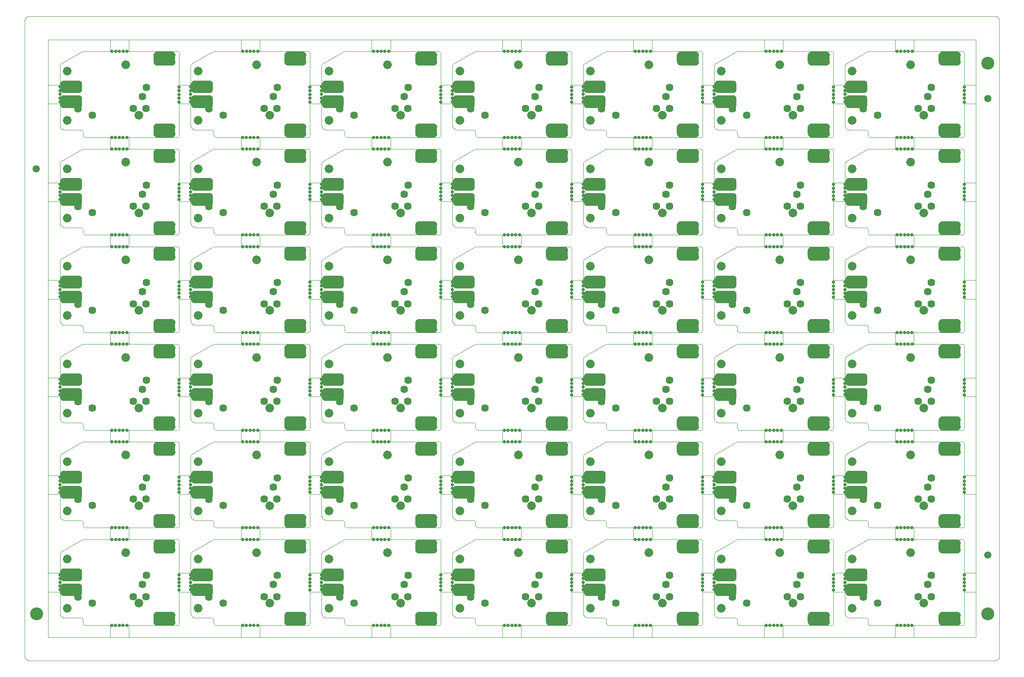
<source format=gbs>
*
%FSLAX35Y35*%
%MOMM*%
%ADD10R,1.421000X1.421000*%
%ADD11C,1.300000*%
%ADD12R,1.521000X1.521000*%
%ADD13C,1.400000*%
%ADD14C,1.621105*%
%ADD15C,1.850000*%
%ADD16C,1.550000*%
%ADD17C,2.750000*%
%ADD18C,0.700000*%
%ADD19C,0.120000*%
%IPPOS*%
%LN2697ay02f009566a0.gbs*%
%LPD*%
G75*
G54D10*
X00079001Y01079982D02*
X00399001D01*
G54D11*
X00072951Y01151032D02*
X00405051D01*
X00072951Y01008932D02*
X00405051D01*
G54D10*
X00079001Y00759968D02*
X00399001D01*
G54D11*
X00072951Y00831017D02*
X00405051D01*
X00072951Y00688918D02*
X00405051D01*
G54D12*
X02067004Y00145377D02*
X02377004D01*
G54D13*
X02060954Y00221427D02*
X02383054D01*
X02060954Y00069327D02*
X02383054D01*
G54D12*
X02067004Y01684375D02*
X02377004D01*
G54D13*
X02060954Y01760425D02*
X02383054D01*
X02060954Y01608325D02*
X02383054D01*
G54D14*
X01838985Y01062990D03*
X01756003Y00867003D03*
X00384987Y00602995D03*
X00689991Y00472998D03*
X01559001Y00610997D03*
X01835988D03*
G54D15*
X00154000Y00359003D03*
Y01408988D03*
X01399006Y01549120D03*
X01678990Y00469493D03*
G54D10*
X00079001Y03159982D02*
X00399001D01*
G54D11*
X00072951Y03231032D02*
X00405051D01*
X00072951Y03088932D02*
X00405051D01*
G54D10*
X00079001Y02839968D02*
X00399001D01*
G54D11*
X00072951Y02911018D02*
X00405051D01*
X00072951Y02768918D02*
X00405051D01*
G54D12*
X02067004Y02225377D02*
X02377004D01*
G54D13*
X02060954Y02301427D02*
X02383054D01*
X02060954Y02149327D02*
X02383054D01*
G54D12*
X02067004Y03764375D02*
X02377004D01*
G54D13*
X02060954Y03840425D02*
X02383054D01*
X02060954Y03688325D02*
X02383054D01*
G54D14*
X01838985Y03142989D03*
X01756003Y02947003D03*
X00384987Y02682996D03*
X00689991Y02552998D03*
X01559001Y02690997D03*
X01835988D03*
G54D15*
X00154000Y02439003D03*
Y03488988D03*
X01399006Y03629120D03*
X01678990Y02549493D03*
G54D10*
X00079001Y05239982D02*
X00399001D01*
G54D11*
X00072951Y05311032D02*
X00405051D01*
X00072951Y05168932D02*
X00405051D01*
G54D10*
X00079001Y04919968D02*
X00399001D01*
G54D11*
X00072951Y04991017D02*
X00405051D01*
X00072951Y04848918D02*
X00405051D01*
G54D12*
X02067004Y04305377D02*
X02377004D01*
G54D13*
X02060954Y04381427D02*
X02383054D01*
X02060954Y04229327D02*
X02383054D01*
G54D12*
X02067004Y05844375D02*
X02377004D01*
G54D13*
X02060954Y05920425D02*
X02383054D01*
X02060954Y05768325D02*
X02383054D01*
G54D14*
X01838985Y05222990D03*
X01756003Y05027003D03*
X00384987Y04762996D03*
X00689991Y04632998D03*
X01559001Y04770997D03*
X01835988D03*
G54D15*
X00154000Y04519003D03*
Y05568988D03*
X01399006Y05709120D03*
X01678990Y04629493D03*
G54D10*
X00079001Y07319982D02*
X00399001D01*
G54D11*
X00072951Y07391032D02*
X00405051D01*
X00072951Y07248932D02*
X00405051D01*
G54D10*
X00079001Y06999968D02*
X00399001D01*
G54D11*
X00072951Y07071017D02*
X00405051D01*
X00072951Y06928918D02*
X00405051D01*
G54D12*
X02067004Y06385377D02*
X02377004D01*
G54D13*
X02060954Y06461427D02*
X02383054D01*
X02060954Y06309327D02*
X02383054D01*
G54D12*
X02067004Y07924375D02*
X02377004D01*
G54D13*
X02060954Y08000425D02*
X02383054D01*
X02060954Y07848325D02*
X02383054D01*
G54D14*
X01838985Y07302990D03*
X01756003Y07107003D03*
X00384987Y06842995D03*
X00689991Y06712998D03*
X01559001Y06850996D03*
X01835988D03*
G54D15*
X00154000Y06599003D03*
Y07648988D03*
X01399006Y07789120D03*
X01678990Y06709493D03*
G54D10*
X00079001Y09399982D02*
X00399001D01*
G54D11*
X00072951Y09471032D02*
X00405051D01*
X00072951Y09328932D02*
X00405051D01*
G54D10*
X00079001Y09079968D02*
X00399001D01*
G54D11*
X00072951Y09151017D02*
X00405051D01*
X00072951Y09008918D02*
X00405051D01*
G54D12*
X02067004Y08465377D02*
X02377004D01*
G54D13*
X02060954Y08541427D02*
X02383054D01*
X02060954Y08389327D02*
X02383054D01*
G54D12*
X02067004Y10004375D02*
X02377004D01*
G54D13*
X02060954Y10080425D02*
X02383054D01*
X02060954Y09928325D02*
X02383054D01*
G54D14*
X01838985Y09382990D03*
X01756003Y09187003D03*
X00384987Y08922995D03*
X00689991Y08792998D03*
X01559001Y08930997D03*
X01835988D03*
G54D15*
X00154000Y08679003D03*
Y09728988D03*
X01399006Y09869120D03*
X01678990Y08789493D03*
G54D10*
X00079001Y11479982D02*
X00399001D01*
G54D11*
X00072951Y11551032D02*
X00405051D01*
X00072951Y11408932D02*
X00405051D01*
G54D10*
X00079001Y11159967D02*
X00399001D01*
G54D11*
X00072951Y11231018D02*
X00405051D01*
X00072951Y11088918D02*
X00405051D01*
G54D12*
X02067004Y10545377D02*
X02377004D01*
G54D13*
X02060954Y10621427D02*
X02383054D01*
X02060954Y10469327D02*
X02383054D01*
G54D12*
X02067004Y12084375D02*
X02377004D01*
G54D13*
X02060954Y12160425D02*
X02383054D01*
X02060954Y12008325D02*
X02383054D01*
G54D14*
X01838985Y11462989D03*
X01756003Y11267003D03*
X00384987Y11002995D03*
X00689991Y10872998D03*
X01559001Y11010997D03*
X01835988D03*
G54D15*
X00154000Y10759003D03*
Y11808988D03*
X01399006Y11949120D03*
X01678990Y10869493D03*
G54D10*
X02864001Y01079982D02*
X03184001D01*
G54D11*
X02857951Y01151032D02*
X03190051D01*
X02857951Y01008932D02*
X03190051D01*
G54D10*
X02864001Y00759968D02*
X03184001D01*
G54D11*
X02857951Y00831017D02*
X03190051D01*
X02857951Y00688918D02*
X03190051D01*
G54D12*
X04852004Y00145377D02*
X05162004D01*
G54D13*
X04845954Y00221427D02*
X05168054D01*
X04845954Y00069327D02*
X05168054D01*
G54D12*
X04852004Y01684375D02*
X05162004D01*
G54D13*
X04845954Y01760425D02*
X05168054D01*
X04845954Y01608325D02*
X05168054D01*
G54D14*
X04623985Y01062990D03*
X04541003Y00867003D03*
X03169987Y00602995D03*
X03474991Y00472998D03*
X04344001Y00610997D03*
X04620988D03*
G54D15*
X02939000Y00359003D03*
Y01408988D03*
X04184006Y01549120D03*
X04463990Y00469493D03*
G54D10*
X02864001Y03159982D02*
X03184001D01*
G54D11*
X02857951Y03231032D02*
X03190051D01*
X02857951Y03088932D02*
X03190051D01*
G54D10*
X02864001Y02839968D02*
X03184001D01*
G54D11*
X02857951Y02911018D02*
X03190051D01*
X02857951Y02768918D02*
X03190051D01*
G54D12*
X04852004Y02225377D02*
X05162004D01*
G54D13*
X04845954Y02301427D02*
X05168054D01*
X04845954Y02149327D02*
X05168054D01*
G54D12*
X04852004Y03764375D02*
X05162004D01*
G54D13*
X04845954Y03840425D02*
X05168054D01*
X04845954Y03688325D02*
X05168054D01*
G54D14*
X04623985Y03142989D03*
X04541003Y02947003D03*
X03169987Y02682996D03*
X03474991Y02552998D03*
X04344001Y02690997D03*
X04620988D03*
G54D15*
X02939000Y02439003D03*
Y03488988D03*
X04184006Y03629120D03*
X04463990Y02549493D03*
G54D10*
X02864001Y05239982D02*
X03184001D01*
G54D11*
X02857951Y05311032D02*
X03190051D01*
X02857951Y05168932D02*
X03190051D01*
G54D10*
X02864001Y04919968D02*
X03184001D01*
G54D11*
X02857951Y04991017D02*
X03190051D01*
X02857951Y04848918D02*
X03190051D01*
G54D12*
X04852004Y04305377D02*
X05162004D01*
G54D13*
X04845954Y04381427D02*
X05168054D01*
X04845954Y04229327D02*
X05168054D01*
G54D12*
X04852004Y05844375D02*
X05162004D01*
G54D13*
X04845954Y05920425D02*
X05168054D01*
X04845954Y05768325D02*
X05168054D01*
G54D14*
X04623985Y05222990D03*
X04541003Y05027003D03*
X03169987Y04762996D03*
X03474991Y04632998D03*
X04344001Y04770997D03*
X04620988D03*
G54D15*
X02939000Y04519003D03*
Y05568988D03*
X04184006Y05709120D03*
X04463990Y04629493D03*
G54D10*
X02864001Y07319982D02*
X03184001D01*
G54D11*
X02857951Y07391032D02*
X03190051D01*
X02857951Y07248932D02*
X03190051D01*
G54D10*
X02864001Y06999968D02*
X03184001D01*
G54D11*
X02857951Y07071017D02*
X03190051D01*
X02857951Y06928918D02*
X03190051D01*
G54D12*
X04852004Y06385377D02*
X05162004D01*
G54D13*
X04845954Y06461427D02*
X05168054D01*
X04845954Y06309327D02*
X05168054D01*
G54D12*
X04852004Y07924375D02*
X05162004D01*
G54D13*
X04845954Y08000425D02*
X05168054D01*
X04845954Y07848325D02*
X05168054D01*
G54D14*
X04623985Y07302990D03*
X04541003Y07107003D03*
X03169987Y06842995D03*
X03474991Y06712998D03*
X04344001Y06850996D03*
X04620988D03*
G54D15*
X02939000Y06599003D03*
Y07648988D03*
X04184006Y07789120D03*
X04463990Y06709493D03*
G54D10*
X02864001Y09399982D02*
X03184001D01*
G54D11*
X02857951Y09471032D02*
X03190051D01*
X02857951Y09328932D02*
X03190051D01*
G54D10*
X02864001Y09079968D02*
X03184001D01*
G54D11*
X02857951Y09151017D02*
X03190051D01*
X02857951Y09008918D02*
X03190051D01*
G54D12*
X04852004Y08465377D02*
X05162004D01*
G54D13*
X04845954Y08541427D02*
X05168054D01*
X04845954Y08389327D02*
X05168054D01*
G54D12*
X04852004Y10004375D02*
X05162004D01*
G54D13*
X04845954Y10080425D02*
X05168054D01*
X04845954Y09928325D02*
X05168054D01*
G54D14*
X04623985Y09382990D03*
X04541003Y09187003D03*
X03169987Y08922995D03*
X03474991Y08792998D03*
X04344001Y08930997D03*
X04620988D03*
G54D15*
X02939000Y08679003D03*
Y09728988D03*
X04184006Y09869120D03*
X04463990Y08789493D03*
G54D10*
X02864001Y11479982D02*
X03184001D01*
G54D11*
X02857951Y11551032D02*
X03190051D01*
X02857951Y11408932D02*
X03190051D01*
G54D10*
X02864001Y11159967D02*
X03184001D01*
G54D11*
X02857951Y11231018D02*
X03190051D01*
X02857951Y11088918D02*
X03190051D01*
G54D12*
X04852004Y10545377D02*
X05162004D01*
G54D13*
X04845954Y10621427D02*
X05168054D01*
X04845954Y10469327D02*
X05168054D01*
G54D12*
X04852004Y12084375D02*
X05162004D01*
G54D13*
X04845954Y12160425D02*
X05168054D01*
X04845954Y12008325D02*
X05168054D01*
G54D14*
X04623985Y11462989D03*
X04541003Y11267003D03*
X03169987Y11002995D03*
X03474991Y10872998D03*
X04344001Y11010997D03*
X04620988D03*
G54D15*
X02939000Y10759003D03*
Y11808988D03*
X04184006Y11949120D03*
X04463990Y10869493D03*
G54D10*
X05649001Y01079982D02*
X05969001D01*
G54D11*
X05642951Y01151032D02*
X05975051D01*
X05642951Y01008932D02*
X05975051D01*
G54D10*
X05649001Y00759968D02*
X05969001D01*
G54D11*
X05642951Y00831017D02*
X05975051D01*
X05642951Y00688918D02*
X05975051D01*
G54D12*
X07637004Y00145377D02*
X07947004D01*
G54D13*
X07630954Y00221427D02*
X07953054D01*
X07630954Y00069327D02*
X07953054D01*
G54D12*
X07637004Y01684375D02*
X07947004D01*
G54D13*
X07630954Y01760425D02*
X07953054D01*
X07630954Y01608325D02*
X07953054D01*
G54D14*
X07408985Y01062990D03*
X07326003Y00867003D03*
X05954987Y00602995D03*
X06259991Y00472998D03*
X07129001Y00610997D03*
X07405988D03*
G54D15*
X05724000Y00359003D03*
Y01408988D03*
X06969006Y01549120D03*
X07248990Y00469493D03*
G54D10*
X05649001Y03159982D02*
X05969001D01*
G54D11*
X05642951Y03231032D02*
X05975051D01*
X05642951Y03088932D02*
X05975051D01*
G54D10*
X05649001Y02839968D02*
X05969001D01*
G54D11*
X05642951Y02911018D02*
X05975051D01*
X05642951Y02768918D02*
X05975051D01*
G54D12*
X07637004Y02225377D02*
X07947004D01*
G54D13*
X07630954Y02301427D02*
X07953054D01*
X07630954Y02149327D02*
X07953054D01*
G54D12*
X07637004Y03764375D02*
X07947004D01*
G54D13*
X07630954Y03840425D02*
X07953054D01*
X07630954Y03688325D02*
X07953054D01*
G54D14*
X07408985Y03142989D03*
X07326003Y02947003D03*
X05954987Y02682996D03*
X06259991Y02552998D03*
X07129001Y02690997D03*
X07405988D03*
G54D15*
X05724000Y02439003D03*
Y03488988D03*
X06969006Y03629120D03*
X07248990Y02549493D03*
G54D10*
X05649001Y05239982D02*
X05969001D01*
G54D11*
X05642951Y05311032D02*
X05975051D01*
X05642951Y05168932D02*
X05975051D01*
G54D10*
X05649001Y04919968D02*
X05969001D01*
G54D11*
X05642951Y04991017D02*
X05975051D01*
X05642951Y04848918D02*
X05975051D01*
G54D12*
X07637004Y04305377D02*
X07947004D01*
G54D13*
X07630954Y04381427D02*
X07953054D01*
X07630954Y04229327D02*
X07953054D01*
G54D12*
X07637004Y05844375D02*
X07947004D01*
G54D13*
X07630954Y05920425D02*
X07953054D01*
X07630954Y05768325D02*
X07953054D01*
G54D14*
X07408985Y05222990D03*
X07326003Y05027003D03*
X05954987Y04762996D03*
X06259991Y04632998D03*
X07129001Y04770997D03*
X07405988D03*
G54D15*
X05724000Y04519003D03*
Y05568988D03*
X06969006Y05709120D03*
X07248990Y04629493D03*
G54D10*
X05649001Y07319982D02*
X05969001D01*
G54D11*
X05642951Y07391032D02*
X05975051D01*
X05642951Y07248932D02*
X05975051D01*
G54D10*
X05649001Y06999968D02*
X05969001D01*
G54D11*
X05642951Y07071017D02*
X05975051D01*
X05642951Y06928918D02*
X05975051D01*
G54D12*
X07637004Y06385377D02*
X07947004D01*
G54D13*
X07630954Y06461427D02*
X07953054D01*
X07630954Y06309327D02*
X07953054D01*
G54D12*
X07637004Y07924375D02*
X07947004D01*
G54D13*
X07630954Y08000425D02*
X07953054D01*
X07630954Y07848325D02*
X07953054D01*
G54D14*
X07408985Y07302990D03*
X07326003Y07107003D03*
X05954987Y06842995D03*
X06259991Y06712998D03*
X07129001Y06850996D03*
X07405988D03*
G54D15*
X05724000Y06599003D03*
Y07648988D03*
X06969006Y07789120D03*
X07248990Y06709493D03*
G54D10*
X05649001Y09399982D02*
X05969001D01*
G54D11*
X05642951Y09471032D02*
X05975051D01*
X05642951Y09328932D02*
X05975051D01*
G54D10*
X05649001Y09079968D02*
X05969001D01*
G54D11*
X05642951Y09151017D02*
X05975051D01*
X05642951Y09008918D02*
X05975051D01*
G54D12*
X07637004Y08465377D02*
X07947004D01*
G54D13*
X07630954Y08541427D02*
X07953054D01*
X07630954Y08389327D02*
X07953054D01*
G54D12*
X07637004Y10004375D02*
X07947004D01*
G54D13*
X07630954Y10080425D02*
X07953054D01*
X07630954Y09928325D02*
X07953054D01*
G54D14*
X07408985Y09382990D03*
X07326003Y09187003D03*
X05954987Y08922995D03*
X06259991Y08792998D03*
X07129001Y08930997D03*
X07405988D03*
G54D15*
X05724000Y08679003D03*
Y09728988D03*
X06969006Y09869120D03*
X07248990Y08789493D03*
G54D10*
X05649001Y11479982D02*
X05969001D01*
G54D11*
X05642951Y11551032D02*
X05975051D01*
X05642951Y11408932D02*
X05975051D01*
G54D10*
X05649001Y11159967D02*
X05969001D01*
G54D11*
X05642951Y11231018D02*
X05975051D01*
X05642951Y11088918D02*
X05975051D01*
G54D12*
X07637004Y10545377D02*
X07947004D01*
G54D13*
X07630954Y10621427D02*
X07953054D01*
X07630954Y10469327D02*
X07953054D01*
G54D12*
X07637004Y12084375D02*
X07947004D01*
G54D13*
X07630954Y12160425D02*
X07953054D01*
X07630954Y12008325D02*
X07953054D01*
G54D14*
X07408985Y11462989D03*
X07326003Y11267003D03*
X05954987Y11002995D03*
X06259991Y10872998D03*
X07129001Y11010997D03*
X07405988D03*
G54D15*
X05724000Y10759003D03*
Y11808988D03*
X06969006Y11949120D03*
X07248990Y10869493D03*
G54D10*
X08434001Y01079982D02*
X08754001D01*
G54D11*
X08427951Y01151032D02*
X08760051D01*
X08427951Y01008932D02*
X08760051D01*
G54D10*
X08434001Y00759968D02*
X08754001D01*
G54D11*
X08427951Y00831017D02*
X08760051D01*
X08427951Y00688918D02*
X08760051D01*
G54D12*
X10422004Y00145377D02*
X10732004D01*
G54D13*
X10415954Y00221427D02*
X10738054D01*
X10415954Y00069327D02*
X10738054D01*
G54D12*
X10422004Y01684375D02*
X10732004D01*
G54D13*
X10415954Y01760425D02*
X10738054D01*
X10415954Y01608325D02*
X10738054D01*
G54D14*
X10193985Y01062990D03*
X10111003Y00867003D03*
X08739987Y00602995D03*
X09044991Y00472998D03*
X09914001Y00610997D03*
X10190988D03*
G54D15*
X08509000Y00359003D03*
Y01408988D03*
X09754006Y01549120D03*
X10033990Y00469493D03*
G54D10*
X08434001Y03159982D02*
X08754001D01*
G54D11*
X08427951Y03231032D02*
X08760051D01*
X08427951Y03088932D02*
X08760051D01*
G54D10*
X08434001Y02839968D02*
X08754001D01*
G54D11*
X08427951Y02911018D02*
X08760051D01*
X08427951Y02768918D02*
X08760051D01*
G54D12*
X10422004Y02225377D02*
X10732004D01*
G54D13*
X10415954Y02301427D02*
X10738054D01*
X10415954Y02149327D02*
X10738054D01*
G54D12*
X10422004Y03764375D02*
X10732004D01*
G54D13*
X10415954Y03840425D02*
X10738054D01*
X10415954Y03688325D02*
X10738054D01*
G54D14*
X10193985Y03142989D03*
X10111003Y02947003D03*
X08739987Y02682996D03*
X09044991Y02552998D03*
X09914001Y02690997D03*
X10190988D03*
G54D15*
X08509000Y02439003D03*
Y03488988D03*
X09754006Y03629120D03*
X10033990Y02549493D03*
G54D10*
X08434001Y05239982D02*
X08754001D01*
G54D11*
X08427951Y05311032D02*
X08760051D01*
X08427951Y05168932D02*
X08760051D01*
G54D10*
X08434001Y04919968D02*
X08754001D01*
G54D11*
X08427951Y04991017D02*
X08760051D01*
X08427951Y04848918D02*
X08760051D01*
G54D12*
X10422004Y04305377D02*
X10732004D01*
G54D13*
X10415954Y04381427D02*
X10738054D01*
X10415954Y04229327D02*
X10738054D01*
G54D12*
X10422004Y05844375D02*
X10732004D01*
G54D13*
X10415954Y05920425D02*
X10738054D01*
X10415954Y05768325D02*
X10738054D01*
G54D14*
X10193985Y05222990D03*
X10111003Y05027003D03*
X08739987Y04762996D03*
X09044991Y04632998D03*
X09914001Y04770997D03*
X10190988D03*
G54D15*
X08509000Y04519003D03*
Y05568988D03*
X09754006Y05709120D03*
X10033990Y04629493D03*
G54D10*
X08434001Y07319982D02*
X08754001D01*
G54D11*
X08427951Y07391032D02*
X08760051D01*
X08427951Y07248932D02*
X08760051D01*
G54D10*
X08434001Y06999968D02*
X08754001D01*
G54D11*
X08427951Y07071017D02*
X08760051D01*
X08427951Y06928918D02*
X08760051D01*
G54D12*
X10422004Y06385377D02*
X10732004D01*
G54D13*
X10415954Y06461427D02*
X10738054D01*
X10415954Y06309327D02*
X10738054D01*
G54D12*
X10422004Y07924375D02*
X10732004D01*
G54D13*
X10415954Y08000425D02*
X10738054D01*
X10415954Y07848325D02*
X10738054D01*
G54D14*
X10193985Y07302990D03*
X10111003Y07107003D03*
X08739987Y06842995D03*
X09044991Y06712998D03*
X09914001Y06850996D03*
X10190988D03*
G54D15*
X08509000Y06599003D03*
Y07648988D03*
X09754006Y07789120D03*
X10033990Y06709493D03*
G54D10*
X08434001Y09399982D02*
X08754001D01*
G54D11*
X08427951Y09471032D02*
X08760051D01*
X08427951Y09328932D02*
X08760051D01*
G54D10*
X08434001Y09079968D02*
X08754001D01*
G54D11*
X08427951Y09151017D02*
X08760051D01*
X08427951Y09008918D02*
X08760051D01*
G54D12*
X10422004Y08465377D02*
X10732004D01*
G54D13*
X10415954Y08541427D02*
X10738054D01*
X10415954Y08389327D02*
X10738054D01*
G54D12*
X10422004Y10004375D02*
X10732004D01*
G54D13*
X10415954Y10080425D02*
X10738054D01*
X10415954Y09928325D02*
X10738054D01*
G54D14*
X10193985Y09382990D03*
X10111003Y09187003D03*
X08739987Y08922995D03*
X09044991Y08792998D03*
X09914001Y08930997D03*
X10190988D03*
G54D15*
X08509000Y08679003D03*
Y09728988D03*
X09754006Y09869120D03*
X10033990Y08789493D03*
G54D10*
X08434001Y11479982D02*
X08754001D01*
G54D11*
X08427951Y11551032D02*
X08760051D01*
X08427951Y11408932D02*
X08760051D01*
G54D10*
X08434001Y11159967D02*
X08754001D01*
G54D11*
X08427951Y11231018D02*
X08760051D01*
X08427951Y11088918D02*
X08760051D01*
G54D12*
X10422004Y10545377D02*
X10732004D01*
G54D13*
X10415954Y10621427D02*
X10738054D01*
X10415954Y10469327D02*
X10738054D01*
G54D12*
X10422004Y12084375D02*
X10732004D01*
G54D13*
X10415954Y12160425D02*
X10738054D01*
X10415954Y12008325D02*
X10738054D01*
G54D14*
X10193985Y11462989D03*
X10111003Y11267003D03*
X08739987Y11002995D03*
X09044991Y10872998D03*
X09914001Y11010997D03*
X10190988D03*
G54D15*
X08509000Y10759003D03*
Y11808988D03*
X09754006Y11949120D03*
X10033990Y10869493D03*
G54D10*
X11219001Y01079982D02*
X11539001D01*
G54D11*
X11212951Y01151032D02*
X11545051D01*
X11212951Y01008932D02*
X11545051D01*
G54D10*
X11219001Y00759968D02*
X11539001D01*
G54D11*
X11212951Y00831017D02*
X11545051D01*
X11212951Y00688918D02*
X11545051D01*
G54D12*
X13207004Y00145377D02*
X13517004D01*
G54D13*
X13200954Y00221427D02*
X13523054D01*
X13200954Y00069327D02*
X13523054D01*
G54D12*
X13207004Y01684375D02*
X13517004D01*
G54D13*
X13200954Y01760425D02*
X13523054D01*
X13200954Y01608325D02*
X13523054D01*
G54D14*
X12978985Y01062990D03*
X12896003Y00867003D03*
X11524987Y00602995D03*
X11829991Y00472998D03*
X12699001Y00610997D03*
X12975988D03*
G54D15*
X11294000Y00359003D03*
Y01408988D03*
X12539006Y01549120D03*
X12818990Y00469493D03*
G54D10*
X11219001Y03159982D02*
X11539001D01*
G54D11*
X11212951Y03231032D02*
X11545051D01*
X11212951Y03088932D02*
X11545051D01*
G54D10*
X11219001Y02839968D02*
X11539001D01*
G54D11*
X11212951Y02911018D02*
X11545051D01*
X11212951Y02768918D02*
X11545051D01*
G54D12*
X13207004Y02225377D02*
X13517004D01*
G54D13*
X13200954Y02301427D02*
X13523054D01*
X13200954Y02149327D02*
X13523054D01*
G54D12*
X13207004Y03764375D02*
X13517004D01*
G54D13*
X13200954Y03840425D02*
X13523054D01*
X13200954Y03688325D02*
X13523054D01*
G54D14*
X12978985Y03142989D03*
X12896003Y02947003D03*
X11524987Y02682996D03*
X11829991Y02552998D03*
X12699001Y02690997D03*
X12975988D03*
G54D15*
X11294000Y02439003D03*
Y03488988D03*
X12539006Y03629120D03*
X12818990Y02549493D03*
G54D10*
X11219001Y05239982D02*
X11539001D01*
G54D11*
X11212951Y05311032D02*
X11545051D01*
X11212951Y05168932D02*
X11545051D01*
G54D10*
X11219001Y04919968D02*
X11539001D01*
G54D11*
X11212951Y04991017D02*
X11545051D01*
X11212951Y04848918D02*
X11545051D01*
G54D12*
X13207004Y04305377D02*
X13517004D01*
G54D13*
X13200954Y04381427D02*
X13523054D01*
X13200954Y04229327D02*
X13523054D01*
G54D12*
X13207004Y05844375D02*
X13517004D01*
G54D13*
X13200954Y05920425D02*
X13523054D01*
X13200954Y05768325D02*
X13523054D01*
G54D14*
X12978985Y05222990D03*
X12896003Y05027003D03*
X11524987Y04762996D03*
X11829991Y04632998D03*
X12699001Y04770997D03*
X12975988D03*
G54D15*
X11294000Y04519003D03*
Y05568988D03*
X12539006Y05709120D03*
X12818990Y04629493D03*
G54D10*
X11219001Y07319982D02*
X11539001D01*
G54D11*
X11212951Y07391032D02*
X11545051D01*
X11212951Y07248932D02*
X11545051D01*
G54D10*
X11219001Y06999968D02*
X11539001D01*
G54D11*
X11212951Y07071017D02*
X11545051D01*
X11212951Y06928918D02*
X11545051D01*
G54D12*
X13207004Y06385377D02*
X13517004D01*
G54D13*
X13200954Y06461427D02*
X13523054D01*
X13200954Y06309327D02*
X13523054D01*
G54D12*
X13207004Y07924375D02*
X13517004D01*
G54D13*
X13200954Y08000425D02*
X13523054D01*
X13200954Y07848325D02*
X13523054D01*
G54D14*
X12978985Y07302990D03*
X12896003Y07107003D03*
X11524987Y06842995D03*
X11829991Y06712998D03*
X12699001Y06850996D03*
X12975988D03*
G54D15*
X11294000Y06599003D03*
Y07648988D03*
X12539006Y07789120D03*
X12818990Y06709493D03*
G54D10*
X11219001Y09399982D02*
X11539001D01*
G54D11*
X11212951Y09471032D02*
X11545051D01*
X11212951Y09328932D02*
X11545051D01*
G54D10*
X11219001Y09079968D02*
X11539001D01*
G54D11*
X11212951Y09151017D02*
X11545051D01*
X11212951Y09008918D02*
X11545051D01*
G54D12*
X13207004Y08465377D02*
X13517004D01*
G54D13*
X13200954Y08541427D02*
X13523054D01*
X13200954Y08389327D02*
X13523054D01*
G54D12*
X13207004Y10004375D02*
X13517004D01*
G54D13*
X13200954Y10080425D02*
X13523054D01*
X13200954Y09928325D02*
X13523054D01*
G54D14*
X12978985Y09382990D03*
X12896003Y09187003D03*
X11524987Y08922995D03*
X11829991Y08792998D03*
X12699001Y08930997D03*
X12975988D03*
G54D15*
X11294000Y08679003D03*
Y09728988D03*
X12539006Y09869120D03*
X12818990Y08789493D03*
G54D10*
X11219001Y11479982D02*
X11539001D01*
G54D11*
X11212951Y11551032D02*
X11545051D01*
X11212951Y11408932D02*
X11545051D01*
G54D10*
X11219001Y11159967D02*
X11539001D01*
G54D11*
X11212951Y11231018D02*
X11545051D01*
X11212951Y11088918D02*
X11545051D01*
G54D12*
X13207004Y10545377D02*
X13517004D01*
G54D13*
X13200954Y10621427D02*
X13523054D01*
X13200954Y10469327D02*
X13523054D01*
G54D12*
X13207004Y12084375D02*
X13517004D01*
G54D13*
X13200954Y12160425D02*
X13523054D01*
X13200954Y12008325D02*
X13523054D01*
G54D14*
X12978985Y11462989D03*
X12896003Y11267003D03*
X11524987Y11002995D03*
X11829991Y10872998D03*
X12699001Y11010997D03*
X12975988D03*
G54D15*
X11294000Y10759003D03*
Y11808988D03*
X12539006Y11949120D03*
X12818990Y10869493D03*
G54D10*
X14004001Y01079982D02*
X14324001D01*
G54D11*
X13997951Y01151032D02*
X14330051D01*
X13997951Y01008932D02*
X14330051D01*
G54D10*
X14004001Y00759968D02*
X14324001D01*
G54D11*
X13997951Y00831017D02*
X14330051D01*
X13997951Y00688918D02*
X14330051D01*
G54D12*
X15992004Y00145377D02*
X16302004D01*
G54D13*
X15985954Y00221427D02*
X16308054D01*
X15985954Y00069327D02*
X16308054D01*
G54D12*
X15992004Y01684375D02*
X16302004D01*
G54D13*
X15985954Y01760425D02*
X16308054D01*
X15985954Y01608325D02*
X16308054D01*
G54D14*
X15763985Y01062990D03*
X15681003Y00867003D03*
X14309987Y00602995D03*
X14614990Y00472998D03*
X15484001Y00610997D03*
X15760988D03*
G54D15*
X14079000Y00359003D03*
Y01408988D03*
X15324006Y01549120D03*
X15603990Y00469493D03*
G54D10*
X14004001Y03159982D02*
X14324001D01*
G54D11*
X13997951Y03231032D02*
X14330051D01*
X13997951Y03088932D02*
X14330051D01*
G54D10*
X14004001Y02839968D02*
X14324001D01*
G54D11*
X13997951Y02911018D02*
X14330051D01*
X13997951Y02768918D02*
X14330051D01*
G54D12*
X15992004Y02225377D02*
X16302004D01*
G54D13*
X15985954Y02301427D02*
X16308054D01*
X15985954Y02149327D02*
X16308054D01*
G54D12*
X15992004Y03764375D02*
X16302004D01*
G54D13*
X15985954Y03840425D02*
X16308054D01*
X15985954Y03688325D02*
X16308054D01*
G54D14*
X15763985Y03142989D03*
X15681003Y02947003D03*
X14309987Y02682996D03*
X14614990Y02552998D03*
X15484001Y02690997D03*
X15760988D03*
G54D15*
X14079000Y02439003D03*
Y03488988D03*
X15324006Y03629120D03*
X15603990Y02549493D03*
G54D10*
X14004001Y05239982D02*
X14324001D01*
G54D11*
X13997951Y05311032D02*
X14330051D01*
X13997951Y05168932D02*
X14330051D01*
G54D10*
X14004001Y04919968D02*
X14324001D01*
G54D11*
X13997951Y04991017D02*
X14330051D01*
X13997951Y04848918D02*
X14330051D01*
G54D12*
X15992004Y04305377D02*
X16302004D01*
G54D13*
X15985954Y04381427D02*
X16308054D01*
X15985954Y04229327D02*
X16308054D01*
G54D12*
X15992004Y05844375D02*
X16302004D01*
G54D13*
X15985954Y05920425D02*
X16308054D01*
X15985954Y05768325D02*
X16308054D01*
G54D14*
X15763985Y05222990D03*
X15681003Y05027003D03*
X14309987Y04762996D03*
X14614990Y04632998D03*
X15484001Y04770997D03*
X15760988D03*
G54D15*
X14079000Y04519003D03*
Y05568988D03*
X15324006Y05709120D03*
X15603990Y04629493D03*
G54D10*
X14004001Y07319982D02*
X14324001D01*
G54D11*
X13997951Y07391032D02*
X14330051D01*
X13997951Y07248932D02*
X14330051D01*
G54D10*
X14004001Y06999968D02*
X14324001D01*
G54D11*
X13997951Y07071017D02*
X14330051D01*
X13997951Y06928918D02*
X14330051D01*
G54D12*
X15992004Y06385377D02*
X16302004D01*
G54D13*
X15985954Y06461427D02*
X16308054D01*
X15985954Y06309327D02*
X16308054D01*
G54D12*
X15992004Y07924375D02*
X16302004D01*
G54D13*
X15985954Y08000425D02*
X16308054D01*
X15985954Y07848325D02*
X16308054D01*
G54D14*
X15763985Y07302990D03*
X15681003Y07107003D03*
X14309987Y06842995D03*
X14614990Y06712998D03*
X15484001Y06850996D03*
X15760988D03*
G54D15*
X14079000Y06599003D03*
Y07648988D03*
X15324006Y07789120D03*
X15603990Y06709493D03*
G54D10*
X14004001Y09399982D02*
X14324001D01*
G54D11*
X13997951Y09471032D02*
X14330051D01*
X13997951Y09328932D02*
X14330051D01*
G54D10*
X14004001Y09079968D02*
X14324001D01*
G54D11*
X13997951Y09151017D02*
X14330051D01*
X13997951Y09008918D02*
X14330051D01*
G54D12*
X15992004Y08465377D02*
X16302004D01*
G54D13*
X15985954Y08541427D02*
X16308054D01*
X15985954Y08389327D02*
X16308054D01*
G54D12*
X15992004Y10004375D02*
X16302004D01*
G54D13*
X15985954Y10080425D02*
X16308054D01*
X15985954Y09928325D02*
X16308054D01*
G54D14*
X15763985Y09382990D03*
X15681003Y09187003D03*
X14309987Y08922995D03*
X14614990Y08792998D03*
X15484001Y08930997D03*
X15760988D03*
G54D15*
X14079000Y08679003D03*
Y09728988D03*
X15324006Y09869120D03*
X15603990Y08789493D03*
G54D10*
X14004001Y11479982D02*
X14324001D01*
G54D11*
X13997951Y11551032D02*
X14330051D01*
X13997951Y11408932D02*
X14330051D01*
G54D10*
X14004001Y11159967D02*
X14324001D01*
G54D11*
X13997951Y11231018D02*
X14330051D01*
X13997951Y11088918D02*
X14330051D01*
G54D12*
X15992004Y10545377D02*
X16302004D01*
G54D13*
X15985954Y10621427D02*
X16308054D01*
X15985954Y10469327D02*
X16308054D01*
G54D12*
X15992004Y12084375D02*
X16302004D01*
G54D13*
X15985954Y12160425D02*
X16308054D01*
X15985954Y12008325D02*
X16308054D01*
G54D14*
X15763985Y11462989D03*
X15681003Y11267003D03*
X14309987Y11002995D03*
X14614990Y10872998D03*
X15484001Y11010997D03*
X15760988D03*
G54D15*
X14079000Y10759003D03*
Y11808988D03*
X15324006Y11949120D03*
X15603990Y10869493D03*
G54D10*
X16789001Y01079982D02*
X17109001D01*
G54D11*
X16782951Y01151032D02*
X17115051D01*
X16782951Y01008932D02*
X17115051D01*
G54D10*
X16789001Y00759968D02*
X17109001D01*
G54D11*
X16782951Y00831017D02*
X17115051D01*
X16782951Y00688918D02*
X17115051D01*
G54D12*
X18777004Y00145377D02*
X19087004D01*
G54D13*
X18770954Y00221427D02*
X19093054D01*
X18770954Y00069327D02*
X19093054D01*
G54D12*
X18777004Y01684375D02*
X19087004D01*
G54D13*
X18770954Y01760425D02*
X19093054D01*
X18770954Y01608325D02*
X19093054D01*
G54D14*
X18548985Y01062990D03*
X18466003Y00867003D03*
X17094987Y00602995D03*
X17399991Y00472998D03*
X18269001Y00610997D03*
X18545988D03*
G54D15*
X16864000Y00359003D03*
Y01408988D03*
X18109006Y01549120D03*
X18388990Y00469493D03*
G54D10*
X16789001Y03159982D02*
X17109001D01*
G54D11*
X16782951Y03231032D02*
X17115051D01*
X16782951Y03088932D02*
X17115051D01*
G54D10*
X16789001Y02839968D02*
X17109001D01*
G54D11*
X16782951Y02911018D02*
X17115051D01*
X16782951Y02768918D02*
X17115051D01*
G54D12*
X18777004Y02225377D02*
X19087004D01*
G54D13*
X18770954Y02301427D02*
X19093054D01*
X18770954Y02149327D02*
X19093054D01*
G54D12*
X18777004Y03764375D02*
X19087004D01*
G54D13*
X18770954Y03840425D02*
X19093054D01*
X18770954Y03688325D02*
X19093054D01*
G54D14*
X18548985Y03142989D03*
X18466003Y02947003D03*
X17094987Y02682996D03*
X17399991Y02552998D03*
X18269001Y02690997D03*
X18545988D03*
G54D15*
X16864000Y02439003D03*
Y03488988D03*
X18109006Y03629120D03*
X18388990Y02549493D03*
G54D10*
X16789001Y05239982D02*
X17109001D01*
G54D11*
X16782951Y05311032D02*
X17115051D01*
X16782951Y05168932D02*
X17115051D01*
G54D10*
X16789001Y04919968D02*
X17109001D01*
G54D11*
X16782951Y04991017D02*
X17115051D01*
X16782951Y04848918D02*
X17115051D01*
G54D12*
X18777004Y04305377D02*
X19087004D01*
G54D13*
X18770954Y04381427D02*
X19093054D01*
X18770954Y04229327D02*
X19093054D01*
G54D12*
X18777004Y05844375D02*
X19087004D01*
G54D13*
X18770954Y05920425D02*
X19093054D01*
X18770954Y05768325D02*
X19093054D01*
G54D14*
X18548985Y05222990D03*
X18466003Y05027003D03*
X17094987Y04762996D03*
X17399991Y04632998D03*
X18269001Y04770997D03*
X18545988D03*
G54D15*
X16864000Y04519003D03*
Y05568988D03*
X18109006Y05709120D03*
X18388990Y04629493D03*
G54D10*
X16789001Y07319982D02*
X17109001D01*
G54D11*
X16782951Y07391032D02*
X17115051D01*
X16782951Y07248932D02*
X17115051D01*
G54D10*
X16789001Y06999968D02*
X17109001D01*
G54D11*
X16782951Y07071017D02*
X17115051D01*
X16782951Y06928918D02*
X17115051D01*
G54D12*
X18777004Y06385377D02*
X19087004D01*
G54D13*
X18770954Y06461427D02*
X19093054D01*
X18770954Y06309327D02*
X19093054D01*
G54D12*
X18777004Y07924375D02*
X19087004D01*
G54D13*
X18770954Y08000425D02*
X19093054D01*
X18770954Y07848325D02*
X19093054D01*
G54D14*
X18548985Y07302990D03*
X18466003Y07107003D03*
X17094987Y06842995D03*
X17399991Y06712998D03*
X18269001Y06850996D03*
X18545988D03*
G54D15*
X16864000Y06599003D03*
Y07648988D03*
X18109006Y07789120D03*
X18388990Y06709493D03*
G54D10*
X16789001Y09399982D02*
X17109001D01*
G54D11*
X16782951Y09471032D02*
X17115051D01*
X16782951Y09328932D02*
X17115051D01*
G54D10*
X16789001Y09079968D02*
X17109001D01*
G54D11*
X16782951Y09151017D02*
X17115051D01*
X16782951Y09008918D02*
X17115051D01*
G54D12*
X18777004Y08465377D02*
X19087004D01*
G54D13*
X18770954Y08541427D02*
X19093054D01*
X18770954Y08389327D02*
X19093054D01*
G54D12*
X18777004Y10004375D02*
X19087004D01*
G54D13*
X18770954Y10080425D02*
X19093054D01*
X18770954Y09928325D02*
X19093054D01*
G54D14*
X18548985Y09382990D03*
X18466003Y09187003D03*
X17094987Y08922995D03*
X17399991Y08792998D03*
X18269001Y08930997D03*
X18545988D03*
G54D15*
X16864000Y08679003D03*
Y09728988D03*
X18109006Y09869120D03*
X18388990Y08789493D03*
G54D10*
X16789001Y11479982D02*
X17109001D01*
G54D11*
X16782951Y11551032D02*
X17115051D01*
X16782951Y11408932D02*
X17115051D01*
G54D10*
X16789001Y11159967D02*
X17109001D01*
G54D11*
X16782951Y11231018D02*
X17115051D01*
X16782951Y11088918D02*
X17115051D01*
G54D12*
X18777004Y10545377D02*
X19087004D01*
G54D13*
X18770954Y10621427D02*
X19093054D01*
X18770954Y10469327D02*
X19093054D01*
G54D12*
X18777004Y12084375D02*
X19087004D01*
G54D13*
X18770954Y12160425D02*
X19093054D01*
X18770954Y12008325D02*
X19093054D01*
G54D14*
X18548985Y11462989D03*
X18466003Y11267003D03*
X17094987Y11002995D03*
X17399991Y10872998D03*
X18269001Y11010997D03*
X18545988D03*
G54D15*
X16864000Y10759003D03*
Y11808988D03*
X18109006Y11949120D03*
X18388990Y10869493D03*
G54D16*
X-00500381Y09727793D03*
X19745959Y11228933D03*
Y01498193D03*
G54D17*
X-00499301Y00247753D03*
X19744500Y00248133D03*
Y11978613D03*
G54D18*
X01105254Y-00000001D03*
X01185254D03*
X01265254D03*
X01345254D03*
X01425254D03*
X01106599Y01829993D03*
X01186598D03*
X01266599D03*
X01346598D03*
X01426599D03*
G54D18*
X-00000001Y01076777D03*
G54D18*
Y00996776D03*
G54D18*
Y00916776D03*
G54D18*
Y00836776D03*
G54D18*
Y00756776D03*
G54D18*
X02534996Y01073517D03*
G54D18*
Y00993517D03*
G54D18*
Y00913517D03*
G54D18*
Y00833517D03*
G54D18*
Y00753517D03*
X03890254Y-00000001D03*
X03970254D03*
X04050254D03*
X04130254D03*
X04210254D03*
X03891599Y01829993D03*
X03971598D03*
X04051598D03*
X04131599D03*
X04211599D03*
G54D18*
X02785000Y01076777D03*
G54D18*
Y00996776D03*
G54D18*
Y00916776D03*
G54D18*
Y00836776D03*
G54D18*
Y00756776D03*
G54D18*
X05319996Y01073517D03*
G54D18*
Y00993517D03*
G54D18*
Y00913517D03*
G54D18*
Y00833517D03*
G54D18*
Y00753517D03*
X06675254Y-00000001D03*
X06755254D03*
X06835254D03*
X06915254D03*
X06995254D03*
X06676599Y01829993D03*
X06756599D03*
X06836598D03*
X06916598D03*
X06996598D03*
G54D18*
X05570000Y01076777D03*
G54D18*
Y00996776D03*
G54D18*
Y00916776D03*
G54D18*
Y00836776D03*
G54D18*
Y00756776D03*
G54D18*
X08104996Y01073517D03*
G54D18*
Y00993517D03*
G54D18*
Y00913517D03*
G54D18*
Y00833517D03*
G54D18*
Y00753517D03*
X09460254Y-00000001D03*
X09540254D03*
X09620254D03*
X09700254D03*
X09780254D03*
X09461599Y01829993D03*
X09541599D03*
X09621598D03*
X09701599D03*
X09781599D03*
G54D18*
X08355000Y01076777D03*
G54D18*
Y00996776D03*
G54D18*
Y00916776D03*
G54D18*
Y00836776D03*
G54D18*
Y00756776D03*
G54D18*
X10889996Y01073517D03*
G54D18*
Y00993517D03*
G54D18*
Y00913517D03*
G54D18*
Y00833517D03*
G54D18*
Y00753517D03*
X12245254Y-00000001D03*
X12325254D03*
X12405254D03*
X12485254D03*
X12565254D03*
X12246598Y01829993D03*
X12326598D03*
X12406598D03*
X12486598D03*
X12566599D03*
G54D18*
X11140000Y01076777D03*
G54D18*
Y00996776D03*
G54D18*
Y00916776D03*
G54D18*
Y00836776D03*
G54D18*
Y00756776D03*
G54D18*
X13674996Y01073517D03*
G54D18*
Y00993517D03*
G54D18*
Y00913517D03*
G54D18*
Y00833517D03*
G54D18*
Y00753517D03*
X15030254Y-00000001D03*
X15110254D03*
X15190254D03*
X15270254D03*
X15350254D03*
X15031598Y01829993D03*
X15111599D03*
X15191598D03*
X15271598D03*
X15351599D03*
G54D18*
X13925000Y01076777D03*
G54D18*
Y00996776D03*
G54D18*
Y00916776D03*
G54D18*
Y00836776D03*
G54D18*
Y00756776D03*
G54D18*
X16459996Y01073517D03*
G54D18*
Y00993517D03*
G54D18*
Y00913517D03*
G54D18*
Y00833517D03*
G54D18*
Y00753517D03*
X17815254Y-00000001D03*
X17895254D03*
X17975254D03*
X18055254D03*
X18135254D03*
X17816599Y01829993D03*
X17896599D03*
X17976599D03*
X18056599D03*
X18136599D03*
G54D18*
X16709999Y01076777D03*
G54D18*
Y00996776D03*
G54D18*
Y00916776D03*
G54D18*
Y00836776D03*
G54D18*
Y00756776D03*
G54D18*
X19244996Y01073517D03*
G54D18*
Y00993517D03*
G54D18*
Y00913517D03*
G54D18*
Y00833517D03*
G54D18*
Y00753517D03*
X01105254Y02080000D03*
X01185254D03*
X01265254D03*
X01345254D03*
X01425254D03*
X01106599Y03909993D03*
X01186598D03*
X01266599D03*
X01346598D03*
X01426599D03*
G54D18*
X-00000001Y03156777D03*
G54D18*
Y03076777D03*
G54D18*
Y02996777D03*
G54D18*
Y02916776D03*
G54D18*
Y02836777D03*
G54D18*
X02534996Y03153517D03*
G54D18*
Y03073517D03*
G54D18*
Y02993517D03*
G54D18*
Y02913517D03*
G54D18*
Y02833517D03*
X03890254Y02080000D03*
X03970254D03*
X04050254D03*
X04130254D03*
X04210254D03*
X03891599Y03909993D03*
X03971598D03*
X04051598D03*
X04131599D03*
X04211599D03*
G54D18*
X02785000Y03156777D03*
G54D18*
Y03076777D03*
G54D18*
Y02996777D03*
G54D18*
Y02916776D03*
G54D18*
Y02836777D03*
G54D18*
X05319996Y03153517D03*
G54D18*
Y03073517D03*
G54D18*
Y02993517D03*
G54D18*
Y02913517D03*
G54D18*
Y02833517D03*
X06675254Y02080000D03*
X06755254D03*
X06835254D03*
X06915254D03*
X06995254D03*
X06676599Y03909993D03*
X06756599D03*
X06836598D03*
X06916598D03*
X06996598D03*
G54D18*
X05570000Y03156777D03*
G54D18*
Y03076777D03*
G54D18*
Y02996777D03*
G54D18*
Y02916776D03*
G54D18*
Y02836777D03*
G54D18*
X08104996Y03153517D03*
G54D18*
Y03073517D03*
G54D18*
Y02993517D03*
G54D18*
Y02913517D03*
G54D18*
Y02833517D03*
X09460254Y02080000D03*
X09540254D03*
X09620254D03*
X09700254D03*
X09780254D03*
X09461599Y03909993D03*
X09541599D03*
X09621598D03*
X09701599D03*
X09781599D03*
G54D18*
X08355000Y03156777D03*
G54D18*
Y03076777D03*
G54D18*
Y02996777D03*
G54D18*
Y02916776D03*
G54D18*
Y02836777D03*
G54D18*
X10889996Y03153517D03*
G54D18*
Y03073517D03*
G54D18*
Y02993517D03*
G54D18*
Y02913517D03*
G54D18*
Y02833517D03*
X12245254Y02080000D03*
X12325254D03*
X12405254D03*
X12485254D03*
X12565254D03*
X12246598Y03909993D03*
X12326598D03*
X12406598D03*
X12486598D03*
X12566599D03*
G54D18*
X11140000Y03156777D03*
G54D18*
Y03076777D03*
G54D18*
Y02996777D03*
G54D18*
Y02916776D03*
G54D18*
Y02836777D03*
G54D18*
X13674996Y03153517D03*
G54D18*
Y03073517D03*
G54D18*
Y02993517D03*
G54D18*
Y02913517D03*
G54D18*
Y02833517D03*
X15030254Y02080000D03*
X15110254D03*
X15190254D03*
X15270254D03*
X15350254D03*
X15031598Y03909993D03*
X15111599D03*
X15191598D03*
X15271598D03*
X15351599D03*
G54D18*
X13925000Y03156777D03*
G54D18*
Y03076777D03*
G54D18*
Y02996777D03*
G54D18*
Y02916776D03*
G54D18*
Y02836777D03*
G54D18*
X16459996Y03153517D03*
G54D18*
Y03073517D03*
G54D18*
Y02993517D03*
G54D18*
Y02913517D03*
G54D18*
Y02833517D03*
X17815254Y02080000D03*
X17895254D03*
X17975254D03*
X18055254D03*
X18135254D03*
X17816599Y03909993D03*
X17896599D03*
X17976599D03*
X18056599D03*
X18136599D03*
G54D18*
X16709999Y03156777D03*
G54D18*
Y03076777D03*
G54D18*
Y02996777D03*
G54D18*
Y02916776D03*
G54D18*
Y02836777D03*
G54D18*
X19244996Y03153517D03*
G54D18*
Y03073517D03*
G54D18*
Y02993517D03*
G54D18*
Y02913517D03*
G54D18*
Y02833517D03*
X01105254Y04159999D03*
X01185254D03*
X01265254D03*
X01345254D03*
X01425254D03*
X01106599Y05989993D03*
X01186598D03*
X01266599D03*
X01346598D03*
X01426599D03*
G54D18*
X-00000001Y05236776D03*
G54D18*
Y05156776D03*
G54D18*
Y05076777D03*
G54D18*
Y04996777D03*
G54D18*
Y04916777D03*
G54D18*
X02534996Y05233517D03*
G54D18*
Y05153517D03*
G54D18*
Y05073517D03*
G54D18*
Y04993517D03*
G54D18*
Y04913517D03*
X03890254Y04159999D03*
X03970254D03*
X04050254D03*
X04130254D03*
X04210254D03*
X03891599Y05989993D03*
X03971598D03*
X04051598D03*
X04131599D03*
X04211599D03*
G54D18*
X02785000Y05236776D03*
G54D18*
Y05156776D03*
G54D18*
Y05076777D03*
G54D18*
Y04996777D03*
G54D18*
Y04916777D03*
G54D18*
X05319996Y05233517D03*
G54D18*
Y05153517D03*
G54D18*
Y05073517D03*
G54D18*
Y04993517D03*
G54D18*
Y04913517D03*
X06675254Y04159999D03*
X06755254D03*
X06835254D03*
X06915254D03*
X06995254D03*
X06676599Y05989993D03*
X06756599D03*
X06836598D03*
X06916598D03*
X06996598D03*
G54D18*
X05570000Y05236776D03*
G54D18*
Y05156776D03*
G54D18*
Y05076777D03*
G54D18*
Y04996777D03*
G54D18*
Y04916777D03*
G54D18*
X08104996Y05233517D03*
G54D18*
Y05153517D03*
G54D18*
Y05073517D03*
G54D18*
Y04993517D03*
G54D18*
Y04913517D03*
X09460254Y04159999D03*
X09540254D03*
X09620254D03*
X09700254D03*
X09780254D03*
X09461599Y05989993D03*
X09541599D03*
X09621598D03*
X09701599D03*
X09781599D03*
G54D18*
X08355000Y05236776D03*
G54D18*
Y05156776D03*
G54D18*
Y05076777D03*
G54D18*
Y04996777D03*
G54D18*
Y04916777D03*
G54D18*
X10889996Y05233517D03*
G54D18*
Y05153517D03*
G54D18*
Y05073517D03*
G54D18*
Y04993517D03*
G54D18*
Y04913517D03*
X12245254Y04159999D03*
X12325254D03*
X12405254D03*
X12485254D03*
X12565254D03*
X12246598Y05989993D03*
X12326598D03*
X12406598D03*
X12486598D03*
X12566599D03*
G54D18*
X11140000Y05236776D03*
G54D18*
Y05156776D03*
G54D18*
Y05076777D03*
G54D18*
Y04996777D03*
G54D18*
Y04916777D03*
G54D18*
X13674996Y05233517D03*
G54D18*
Y05153517D03*
G54D18*
Y05073517D03*
G54D18*
Y04993517D03*
G54D18*
Y04913517D03*
X15030254Y04159999D03*
X15110254D03*
X15190254D03*
X15270254D03*
X15350254D03*
X15031598Y05989993D03*
X15111599D03*
X15191598D03*
X15271598D03*
X15351599D03*
G54D18*
X13925000Y05236776D03*
G54D18*
Y05156776D03*
G54D18*
Y05076777D03*
G54D18*
Y04996777D03*
G54D18*
Y04916777D03*
G54D18*
X16459996Y05233517D03*
G54D18*
Y05153517D03*
G54D18*
Y05073517D03*
G54D18*
Y04993517D03*
G54D18*
Y04913517D03*
X17815254Y04159999D03*
X17895254D03*
X17975254D03*
X18055254D03*
X18135254D03*
X17816599Y05989993D03*
X17896599D03*
X17976599D03*
X18056599D03*
X18136599D03*
G54D18*
X16709999Y05236776D03*
G54D18*
Y05156776D03*
G54D18*
Y05076777D03*
G54D18*
Y04996777D03*
G54D18*
Y04916777D03*
G54D18*
X19244996Y05233517D03*
G54D18*
Y05153517D03*
G54D18*
Y05073517D03*
G54D18*
Y04993517D03*
G54D18*
Y04913517D03*
X01105254Y06240000D03*
X01185254D03*
X01265254D03*
X01345254D03*
X01425254D03*
X01106599Y08069993D03*
X01186598D03*
X01266599D03*
X01346598D03*
X01426599D03*
G54D18*
X-00000001Y07316777D03*
G54D18*
Y07236777D03*
G54D18*
Y07156776D03*
G54D18*
Y07076777D03*
G54D18*
Y06996777D03*
G54D18*
X02534996Y07313517D03*
G54D18*
Y07233517D03*
G54D18*
Y07153517D03*
G54D18*
Y07073517D03*
G54D18*
Y06993517D03*
X03890254Y06240000D03*
X03970254D03*
X04050254D03*
X04130254D03*
X04210254D03*
X03891599Y08069993D03*
X03971598D03*
X04051598D03*
X04131599D03*
X04211599D03*
G54D18*
X02785000Y07316777D03*
G54D18*
Y07236777D03*
G54D18*
Y07156776D03*
G54D18*
Y07076777D03*
G54D18*
Y06996777D03*
G54D18*
X05319996Y07313517D03*
G54D18*
Y07233517D03*
G54D18*
Y07153517D03*
G54D18*
Y07073517D03*
G54D18*
Y06993517D03*
X06675254Y06240000D03*
X06755254D03*
X06835254D03*
X06915254D03*
X06995254D03*
X06676599Y08069993D03*
X06756599D03*
X06836598D03*
X06916598D03*
X06996598D03*
G54D18*
X05570000Y07316777D03*
G54D18*
Y07236777D03*
G54D18*
Y07156776D03*
G54D18*
Y07076777D03*
G54D18*
Y06996777D03*
G54D18*
X08104996Y07313517D03*
G54D18*
Y07233517D03*
G54D18*
Y07153517D03*
G54D18*
Y07073517D03*
G54D18*
Y06993517D03*
X09460254Y06240000D03*
X09540254D03*
X09620254D03*
X09700254D03*
X09780254D03*
X09461599Y08069993D03*
X09541599D03*
X09621598D03*
X09701599D03*
X09781599D03*
G54D18*
X08355000Y07316777D03*
G54D18*
Y07236777D03*
G54D18*
Y07156776D03*
G54D18*
Y07076777D03*
G54D18*
Y06996777D03*
G54D18*
X10889996Y07313517D03*
G54D18*
Y07233517D03*
G54D18*
Y07153517D03*
G54D18*
Y07073517D03*
G54D18*
Y06993517D03*
X12245254Y06240000D03*
X12325254D03*
X12405254D03*
X12485254D03*
X12565254D03*
X12246598Y08069993D03*
X12326598D03*
X12406598D03*
X12486598D03*
X12566599D03*
G54D18*
X11140000Y07316777D03*
G54D18*
Y07236777D03*
G54D18*
Y07156776D03*
G54D18*
Y07076777D03*
G54D18*
Y06996777D03*
G54D18*
X13674996Y07313517D03*
G54D18*
Y07233517D03*
G54D18*
Y07153517D03*
G54D18*
Y07073517D03*
G54D18*
Y06993517D03*
X15030254Y06240000D03*
X15110254D03*
X15190254D03*
X15270254D03*
X15350254D03*
X15031598Y08069993D03*
X15111599D03*
X15191598D03*
X15271598D03*
X15351599D03*
G54D18*
X13925000Y07316777D03*
G54D18*
Y07236777D03*
G54D18*
Y07156776D03*
G54D18*
Y07076777D03*
G54D18*
Y06996777D03*
G54D18*
X16459996Y07313517D03*
G54D18*
Y07233517D03*
G54D18*
Y07153517D03*
G54D18*
Y07073517D03*
G54D18*
Y06993517D03*
X17815254Y06240000D03*
X17895254D03*
X17975254D03*
X18055254D03*
X18135254D03*
X17816599Y08069993D03*
X17896599D03*
X17976599D03*
X18056599D03*
X18136599D03*
G54D18*
X16709999Y07316777D03*
G54D18*
Y07236777D03*
G54D18*
Y07156776D03*
G54D18*
Y07076777D03*
G54D18*
Y06996777D03*
G54D18*
X19244996Y07313517D03*
G54D18*
Y07233517D03*
G54D18*
Y07153517D03*
G54D18*
Y07073517D03*
G54D18*
Y06993517D03*
X01105254Y08319999D03*
X01185254D03*
X01265254D03*
X01345254D03*
X01425254D03*
X01106599Y10149993D03*
X01186598D03*
X01266599D03*
X01346598D03*
X01426599D03*
G54D18*
X-00000001Y09396777D03*
G54D18*
Y09316777D03*
G54D18*
Y09236777D03*
G54D18*
Y09156777D03*
G54D18*
Y09076777D03*
G54D18*
X02534996Y09393517D03*
G54D18*
Y09313517D03*
G54D18*
Y09233517D03*
G54D18*
Y09153517D03*
G54D18*
Y09073517D03*
X03890254Y08319999D03*
X03970254D03*
X04050254D03*
X04130254D03*
X04210254D03*
X03891599Y10149993D03*
X03971598D03*
X04051598D03*
X04131599D03*
X04211599D03*
G54D18*
X02785000Y09396777D03*
G54D18*
Y09316777D03*
G54D18*
Y09236777D03*
G54D18*
Y09156777D03*
G54D18*
Y09076777D03*
G54D18*
X05319996Y09393517D03*
G54D18*
Y09313517D03*
G54D18*
Y09233517D03*
G54D18*
Y09153517D03*
G54D18*
Y09073517D03*
X06675254Y08319999D03*
X06755254D03*
X06835254D03*
X06915254D03*
X06995254D03*
X06676599Y10149993D03*
X06756599D03*
X06836598D03*
X06916598D03*
X06996598D03*
G54D18*
X05570000Y09396777D03*
G54D18*
Y09316777D03*
G54D18*
Y09236777D03*
G54D18*
Y09156777D03*
G54D18*
Y09076777D03*
G54D18*
X08104996Y09393517D03*
G54D18*
Y09313517D03*
G54D18*
Y09233517D03*
G54D18*
Y09153517D03*
G54D18*
Y09073517D03*
X09460254Y08319999D03*
X09540254D03*
X09620254D03*
X09700254D03*
X09780254D03*
X09461599Y10149993D03*
X09541599D03*
X09621598D03*
X09701599D03*
X09781599D03*
G54D18*
X08355000Y09396777D03*
G54D18*
Y09316777D03*
G54D18*
Y09236777D03*
G54D18*
Y09156777D03*
G54D18*
Y09076777D03*
G54D18*
X10889996Y09393517D03*
G54D18*
Y09313517D03*
G54D18*
Y09233517D03*
G54D18*
Y09153517D03*
G54D18*
Y09073517D03*
X12245254Y08319999D03*
X12325254D03*
X12405254D03*
X12485254D03*
X12565254D03*
X12246598Y10149993D03*
X12326598D03*
X12406598D03*
X12486598D03*
X12566599D03*
G54D18*
X11140000Y09396777D03*
G54D18*
Y09316777D03*
G54D18*
Y09236777D03*
G54D18*
Y09156777D03*
G54D18*
Y09076777D03*
G54D18*
X13674996Y09393517D03*
G54D18*
Y09313517D03*
G54D18*
Y09233517D03*
G54D18*
Y09153517D03*
G54D18*
Y09073517D03*
X15030254Y08319999D03*
X15110254D03*
X15190254D03*
X15270254D03*
X15350254D03*
X15031598Y10149993D03*
X15111599D03*
X15191598D03*
X15271598D03*
X15351599D03*
G54D18*
X13925000Y09396777D03*
G54D18*
Y09316777D03*
G54D18*
Y09236777D03*
G54D18*
Y09156777D03*
G54D18*
Y09076777D03*
G54D18*
X16459996Y09393517D03*
G54D18*
Y09313517D03*
G54D18*
Y09233517D03*
G54D18*
Y09153517D03*
G54D18*
Y09073517D03*
X17815254Y08319999D03*
X17895254D03*
X17975254D03*
X18055254D03*
X18135254D03*
X17816599Y10149993D03*
X17896599D03*
X17976599D03*
X18056599D03*
X18136599D03*
G54D18*
X16709999Y09396777D03*
G54D18*
Y09316777D03*
G54D18*
Y09236777D03*
G54D18*
Y09156777D03*
G54D18*
Y09076777D03*
G54D18*
X19244996Y09393517D03*
G54D18*
Y09313517D03*
G54D18*
Y09233517D03*
G54D18*
Y09153517D03*
G54D18*
Y09073517D03*
X01105254Y10399999D03*
X01185254D03*
X01265254D03*
X01345254D03*
X01425254D03*
X01106599Y12229993D03*
X01186598D03*
X01266599D03*
X01346598D03*
X01426599D03*
G54D18*
X-00000001Y11476777D03*
G54D18*
Y11396777D03*
G54D18*
Y11316777D03*
G54D18*
Y11236777D03*
G54D18*
Y11156776D03*
G54D18*
X02534996Y11473517D03*
G54D18*
Y11393517D03*
G54D18*
Y11313517D03*
G54D18*
Y11233517D03*
G54D18*
Y11153517D03*
X03890254Y10399999D03*
X03970254D03*
X04050254D03*
X04130254D03*
X04210254D03*
X03891599Y12229993D03*
X03971598D03*
X04051598D03*
X04131599D03*
X04211599D03*
G54D18*
X02785000Y11476777D03*
G54D18*
Y11396777D03*
G54D18*
Y11316777D03*
G54D18*
Y11236777D03*
G54D18*
Y11156776D03*
G54D18*
X05319996Y11473517D03*
G54D18*
Y11393517D03*
G54D18*
Y11313517D03*
G54D18*
Y11233517D03*
G54D18*
Y11153517D03*
X06675254Y10399999D03*
X06755254D03*
X06835254D03*
X06915254D03*
X06995254D03*
X06676599Y12229993D03*
X06756599D03*
X06836598D03*
X06916598D03*
X06996598D03*
G54D18*
X05570000Y11476777D03*
G54D18*
Y11396777D03*
G54D18*
Y11316777D03*
G54D18*
Y11236777D03*
G54D18*
Y11156776D03*
G54D18*
X08104996Y11473517D03*
G54D18*
Y11393517D03*
G54D18*
Y11313517D03*
G54D18*
Y11233517D03*
G54D18*
Y11153517D03*
X09460254Y10399999D03*
X09540254D03*
X09620254D03*
X09700254D03*
X09780254D03*
X09461599Y12229993D03*
X09541599D03*
X09621598D03*
X09701599D03*
X09781599D03*
G54D18*
X08355000Y11476777D03*
G54D18*
Y11396777D03*
G54D18*
Y11316777D03*
G54D18*
Y11236777D03*
G54D18*
Y11156776D03*
G54D18*
X10889996Y11473517D03*
G54D18*
Y11393517D03*
G54D18*
Y11313517D03*
G54D18*
Y11233517D03*
G54D18*
Y11153517D03*
X12245254Y10399999D03*
X12325254D03*
X12405254D03*
X12485254D03*
X12565254D03*
X12246598Y12229993D03*
X12326598D03*
X12406598D03*
X12486598D03*
X12566599D03*
G54D18*
X11140000Y11476777D03*
G54D18*
Y11396777D03*
G54D18*
Y11316777D03*
G54D18*
Y11236777D03*
G54D18*
Y11156776D03*
G54D18*
X13674996Y11473517D03*
G54D18*
Y11393517D03*
G54D18*
Y11313517D03*
G54D18*
Y11233517D03*
G54D18*
Y11153517D03*
X15030254Y10399999D03*
X15110254D03*
X15190254D03*
X15270254D03*
X15350254D03*
X15031598Y12229993D03*
X15111599D03*
X15191598D03*
X15271598D03*
X15351599D03*
G54D18*
X13925000Y11476777D03*
G54D18*
Y11396777D03*
G54D18*
Y11316777D03*
G54D18*
Y11236777D03*
G54D18*
Y11156776D03*
G54D18*
X16459996Y11473517D03*
G54D18*
Y11393517D03*
G54D18*
Y11313517D03*
G54D18*
Y11233517D03*
G54D18*
Y11153517D03*
X17815254Y10399999D03*
X17895254D03*
X17975254D03*
X18055254D03*
X18135254D03*
X17816599Y12229993D03*
X17896599D03*
X17976599D03*
X18056599D03*
X18136599D03*
G54D18*
X16709999Y11476777D03*
G54D18*
Y11396777D03*
G54D18*
Y11316777D03*
G54D18*
Y11236777D03*
G54D18*
Y11156776D03*
G54D18*
X19244996Y11473517D03*
G54D18*
Y11393517D03*
G54D18*
Y11313517D03*
G54D18*
Y11233517D03*
G54D18*
Y11153517D03*
G54D19*
X-00000001Y00257378D02*
Y01515973D01*
X00029997Y01567916D02*
X00020075Y01560746D01*
X00011815Y01551711D01*
X00005561Y01541187D01*
X00001573Y01529613D01*
X00000018Y01517471D01*
X-00000001Y01515973D01*
X00029997Y01567916D02*
X00470001Y01821967D01*
X00499998Y01829993D02*
X00487819Y01828748D01*
X00476146Y01825056D01*
X00470001Y01821967D01*
X00499998Y01829993D02*
X02510586D01*
X02534996Y01792071D02*
X02534337Y01801801D01*
X02531233Y01811045D01*
X02525886Y01819201D01*
X02518646Y01825734D01*
X02510586Y01829993D01*
X02534996Y01792071D02*
Y00037515D01*
X02511374Y-00000001D02*
X02519850Y00004807D01*
X02526829Y00011608D01*
X02531853Y00019958D01*
X02534595Y00029309D01*
X02534996Y00037515D01*
X02511348Y-00000001D02*
X00541375D01*
X00491388Y00049987D02*
X00492636Y00038886D01*
X00496318Y00028339D01*
X00502251Y00018874D01*
X00510137Y00010962D01*
X00519584Y00005000D01*
X00530119Y00001284D01*
X00541215Y-00000000D01*
X00541375Y-00000001D01*
X00491388Y00049987D02*
Y00107365D01*
X00490140Y00118469D01*
X00486457Y00129019D01*
X00480525Y00138488D01*
X00472638Y00146403D01*
X00463191Y00152369D01*
X00452654Y00156090D01*
X00441555Y00157378D01*
X00441375Y00157378D01*
X00099999D01*
X-00000001Y00257378D02*
X00001250Y00241611D01*
X00004971Y00226238D01*
X00011070Y00211644D01*
X00019393Y00198195D01*
X00029733Y00186226D01*
X00041830Y00176037D01*
X00055383Y00167883D01*
X00070052Y00161968D01*
X00085470Y00158439D01*
X00099999Y00157378D01*
X-00000001Y02337378D02*
Y03595973D01*
X00029997Y03647916D02*
X00020075Y03640746D01*
X00011815Y03631711D01*
X00005561Y03621188D01*
X00001573Y03609613D01*
X00000018Y03597471D01*
X-00000001Y03595973D01*
X00029997Y03647916D02*
X00470001Y03901967D01*
X00499998Y03909993D02*
X00487819Y03908748D01*
X00476146Y03905056D01*
X00470001Y03901967D01*
X00499998Y03909993D02*
X02510586D01*
X02534996Y03872071D02*
X02534337Y03881801D01*
X02531233Y03891045D01*
X02525886Y03899201D01*
X02518646Y03905734D01*
X02510586Y03909993D01*
X02534996Y03872071D02*
Y02117515D01*
X02511374Y02080000D02*
X02519850Y02084807D01*
X02526829Y02091608D01*
X02531853Y02099958D01*
X02534595Y02109309D01*
X02534996Y02117515D01*
X02511348Y02080000D02*
X00541375D01*
X00491388Y02129987D02*
X00492636Y02118886D01*
X00496318Y02108339D01*
X00502251Y02098874D01*
X00510137Y02090962D01*
X00519584Y02085000D01*
X00530119Y02081283D01*
X00541215Y02080000D01*
X00541375Y02080000D01*
X00491388Y02129987D02*
Y02187365D01*
X00490140Y02198469D01*
X00486457Y02209019D01*
X00480525Y02218488D01*
X00472638Y02226403D01*
X00463191Y02232369D01*
X00452654Y02236090D01*
X00441555Y02237378D01*
X00441375Y02237378D01*
X00099999D01*
X-00000001Y02337378D02*
X00001250Y02321611D01*
X00004971Y02306238D01*
X00011070Y02291644D01*
X00019393Y02278195D01*
X00029733Y02266226D01*
X00041830Y02256037D01*
X00055383Y02247883D01*
X00070052Y02241968D01*
X00085470Y02238439D01*
X00099999Y02237378D01*
X-00000001Y04417378D02*
Y05675973D01*
X00029997Y05727916D02*
X00020075Y05720746D01*
X00011815Y05711711D01*
X00005561Y05701188D01*
X00001573Y05689613D01*
X00000018Y05677471D01*
X-00000001Y05675973D01*
X00029997Y05727916D02*
X00470001Y05981967D01*
X00499998Y05989993D02*
X00487819Y05988748D01*
X00476146Y05985056D01*
X00470001Y05981967D01*
X00499998Y05989993D02*
X02510586D01*
X02534996Y05952071D02*
X02534337Y05961801D01*
X02531233Y05971045D01*
X02525886Y05979201D01*
X02518646Y05985734D01*
X02510586Y05989993D01*
X02534996Y05952071D02*
Y04197515D01*
X02511374Y04159999D02*
X02519850Y04164807D01*
X02526829Y04171608D01*
X02531853Y04179957D01*
X02534595Y04189308D01*
X02534996Y04197515D01*
X02511348Y04159999D02*
X00541375D01*
X00491388Y04209987D02*
X00492636Y04198886D01*
X00496318Y04188339D01*
X00502251Y04178874D01*
X00510137Y04170962D01*
X00519584Y04164999D01*
X00530119Y04161283D01*
X00541215Y04160000D01*
X00541375Y04159999D01*
X00491388Y04209987D02*
Y04267365D01*
X00490140Y04278469D01*
X00486457Y04289019D01*
X00480525Y04298488D01*
X00472638Y04306403D01*
X00463191Y04312369D01*
X00452654Y04316090D01*
X00441555Y04317378D01*
X00441375Y04317378D01*
X00099999D01*
X-00000001Y04417378D02*
X00001250Y04401611D01*
X00004971Y04386238D01*
X00011070Y04371644D01*
X00019393Y04358195D01*
X00029733Y04346226D01*
X00041830Y04336037D01*
X00055383Y04327883D01*
X00070052Y04321968D01*
X00085470Y04318439D01*
X00099999Y04317378D01*
X-00000001Y06497378D02*
Y07755973D01*
X00029997Y07807916D02*
X00020075Y07800746D01*
X00011815Y07791711D01*
X00005561Y07781188D01*
X00001573Y07769613D01*
X00000018Y07757470D01*
X-00000001Y07755973D01*
X00029997Y07807916D02*
X00470001Y08061967D01*
X00499998Y08069993D02*
X00487819Y08068748D01*
X00476146Y08065056D01*
X00470001Y08061967D01*
X00499998Y08069993D02*
X02510586D01*
X02534996Y08032071D02*
X02534337Y08041801D01*
X02531233Y08051045D01*
X02525886Y08059201D01*
X02518646Y08065734D01*
X02510586Y08069993D01*
X02534996Y08032071D02*
Y06277515D01*
X02511374Y06240000D02*
X02519850Y06244807D01*
X02526829Y06251608D01*
X02531853Y06259958D01*
X02534595Y06269309D01*
X02534996Y06277515D01*
X02511348Y06240000D02*
X00541375D01*
X00491388Y06289987D02*
X00492636Y06278886D01*
X00496318Y06268339D01*
X00502251Y06258874D01*
X00510137Y06250962D01*
X00519584Y06244999D01*
X00530119Y06241284D01*
X00541215Y06240000D01*
X00541375Y06240000D01*
X00491388Y06289987D02*
Y06347365D01*
X00490140Y06358469D01*
X00486457Y06369019D01*
X00480525Y06378488D01*
X00472638Y06386403D01*
X00463191Y06392369D01*
X00452654Y06396090D01*
X00441555Y06397378D01*
X00441375Y06397378D01*
X00099999D01*
X-00000001Y06497378D02*
X00001250Y06481611D01*
X00004971Y06466238D01*
X00011070Y06451644D01*
X00019393Y06438195D01*
X00029733Y06426226D01*
X00041830Y06416037D01*
X00055383Y06407883D01*
X00070052Y06401968D01*
X00085470Y06398439D01*
X00099999Y06397378D01*
X-00000001Y08577378D02*
Y09835973D01*
X00029997Y09887916D02*
X00020075Y09880746D01*
X00011815Y09871711D01*
X00005561Y09861187D01*
X00001573Y09849613D01*
X00000018Y09837471D01*
X-00000001Y09835973D01*
X00029997Y09887916D02*
X00470001Y10141967D01*
X00499998Y10149993D02*
X00487819Y10148748D01*
X00476146Y10145056D01*
X00470001Y10141967D01*
X00499998Y10149993D02*
X02510586D01*
X02534996Y10112071D02*
X02534337Y10121801D01*
X02531233Y10131045D01*
X02525886Y10139201D01*
X02518646Y10145734D01*
X02510586Y10149993D01*
X02534996Y10112071D02*
Y08357515D01*
X02511374Y08319999D02*
X02519850Y08324807D01*
X02526829Y08331608D01*
X02531853Y08339958D01*
X02534595Y08349308D01*
X02534996Y08357515D01*
X02511348Y08319999D02*
X00541375D01*
X00491388Y08369987D02*
X00492636Y08358886D01*
X00496318Y08348339D01*
X00502251Y08338874D01*
X00510137Y08330962D01*
X00519584Y08325000D01*
X00530119Y08321284D01*
X00541215Y08320000D01*
X00541375Y08319999D01*
X00491388Y08369987D02*
Y08427365D01*
X00490140Y08438469D01*
X00486457Y08449019D01*
X00480525Y08458488D01*
X00472638Y08466403D01*
X00463191Y08472369D01*
X00452654Y08476090D01*
X00441555Y08477378D01*
X00441375Y08477378D01*
X00099999D01*
X-00000001Y08577378D02*
X00001250Y08561611D01*
X00004971Y08546238D01*
X00011070Y08531645D01*
X00019393Y08518195D01*
X00029733Y08506226D01*
X00041830Y08496037D01*
X00055383Y08487883D01*
X00070052Y08481968D01*
X00085470Y08478439D01*
X00099999Y08477378D01*
X-00000001Y10657378D02*
Y11915973D01*
X00029997Y11967916D02*
X00020075Y11960746D01*
X00011815Y11951711D01*
X00005561Y11941187D01*
X00001573Y11929613D01*
X00000018Y11917470D01*
X-00000001Y11915973D01*
X00029997Y11967916D02*
X00470001Y12221967D01*
X00499998Y12229993D02*
X00487819Y12228748D01*
X00476146Y12225056D01*
X00470001Y12221967D01*
X00499998Y12229993D02*
X02510586D01*
X02534996Y12192071D02*
X02534337Y12201801D01*
X02531233Y12211045D01*
X02525886Y12219201D01*
X02518646Y12225734D01*
X02510586Y12229993D01*
X02534996Y12192071D02*
Y10437515D01*
X02511374Y10399999D02*
X02519850Y10404807D01*
X02526829Y10411608D01*
X02531853Y10419958D01*
X02534595Y10429309D01*
X02534996Y10437515D01*
X02511348Y10399999D02*
X00541375D01*
X00491388Y10449987D02*
X00492636Y10438886D01*
X00496318Y10428339D01*
X00502251Y10418874D01*
X00510137Y10410962D01*
X00519584Y10405000D01*
X00530119Y10401284D01*
X00541215Y10400000D01*
X00541375Y10399999D01*
X00491388Y10449987D02*
Y10507365D01*
X00490140Y10518469D01*
X00486457Y10529019D01*
X00480525Y10538488D01*
X00472638Y10546403D01*
X00463191Y10552369D01*
X00452654Y10556090D01*
X00441555Y10557378D01*
X00441375Y10557378D01*
X00099999D01*
X-00000001Y10657378D02*
X00001250Y10641611D01*
X00004971Y10626238D01*
X00011070Y10611645D01*
X00019393Y10598195D01*
X00029733Y10586226D01*
X00041830Y10576037D01*
X00055383Y10567883D01*
X00070052Y10561968D01*
X00085470Y10558439D01*
X00099999Y10557378D01*
X02785000Y00257378D02*
Y01515973D01*
X02814997Y01567916D02*
X02805075Y01560746D01*
X02796815Y01551711D01*
X02790561Y01541187D01*
X02786573Y01529613D01*
X02785018Y01517471D01*
X02785000Y01515973D01*
X02814997Y01567916D02*
X03255001Y01821967D01*
X03284998Y01829993D02*
X03272819Y01828748D01*
X03261146Y01825056D01*
X03255001Y01821967D01*
X03284998Y01829993D02*
X05295586D01*
X05319996Y01792071D02*
X05319337Y01801801D01*
X05316233Y01811045D01*
X05310886Y01819201D01*
X05303646Y01825734D01*
X05295586Y01829993D01*
X05319996Y01792071D02*
Y00037515D01*
X05296374Y-00000001D02*
X05304850Y00004807D01*
X05311829Y00011608D01*
X05316853Y00019958D01*
X05319595Y00029309D01*
X05319996Y00037515D01*
X05296348Y-00000001D02*
X03326375D01*
X03276388Y00049987D02*
X03277636Y00038886D01*
X03281318Y00028339D01*
X03287251Y00018874D01*
X03295137Y00010962D01*
X03304584Y00005000D01*
X03315119Y00001284D01*
X03326215Y-00000000D01*
X03326375Y-00000001D01*
X03276388Y00049987D02*
Y00107365D01*
X03275140Y00118469D01*
X03271457Y00129019D01*
X03265525Y00138488D01*
X03257638Y00146403D01*
X03248191Y00152369D01*
X03237655Y00156090D01*
X03226555Y00157378D01*
X03226375Y00157378D01*
X02884999D01*
X02785000Y00257378D02*
X02786250Y00241611D01*
X02789972Y00226238D01*
X02796070Y00211644D01*
X02804393Y00198195D01*
X02814733Y00186226D01*
X02826830Y00176037D01*
X02840383Y00167883D01*
X02855051Y00161968D01*
X02870470Y00158439D01*
X02884999Y00157378D01*
X02785000Y02337378D02*
Y03595973D01*
X02814997Y03647916D02*
X02805075Y03640746D01*
X02796815Y03631711D01*
X02790561Y03621188D01*
X02786573Y03609613D01*
X02785018Y03597471D01*
X02785000Y03595973D01*
X02814997Y03647916D02*
X03255001Y03901967D01*
X03284998Y03909993D02*
X03272819Y03908748D01*
X03261146Y03905056D01*
X03255001Y03901967D01*
X03284998Y03909993D02*
X05295586D01*
X05319996Y03872071D02*
X05319337Y03881801D01*
X05316233Y03891045D01*
X05310886Y03899201D01*
X05303646Y03905734D01*
X05295586Y03909993D01*
X05319996Y03872071D02*
Y02117515D01*
X05296374Y02080000D02*
X05304850Y02084807D01*
X05311829Y02091608D01*
X05316853Y02099958D01*
X05319595Y02109309D01*
X05319996Y02117515D01*
X05296348Y02080000D02*
X03326375D01*
X03276388Y02129987D02*
X03277636Y02118886D01*
X03281318Y02108339D01*
X03287251Y02098874D01*
X03295137Y02090962D01*
X03304584Y02085000D01*
X03315119Y02081283D01*
X03326215Y02080000D01*
X03326375Y02080000D01*
X03276388Y02129987D02*
Y02187365D01*
X03275140Y02198469D01*
X03271457Y02209019D01*
X03265525Y02218488D01*
X03257638Y02226403D01*
X03248191Y02232369D01*
X03237655Y02236090D01*
X03226555Y02237378D01*
X03226375Y02237378D01*
X02884999D01*
X02785000Y02337378D02*
X02786250Y02321611D01*
X02789972Y02306238D01*
X02796070Y02291644D01*
X02804393Y02278195D01*
X02814733Y02266226D01*
X02826830Y02256037D01*
X02840383Y02247883D01*
X02855051Y02241968D01*
X02870470Y02238439D01*
X02884999Y02237378D01*
X02785000Y04417378D02*
Y05675973D01*
X02814997Y05727916D02*
X02805075Y05720746D01*
X02796815Y05711711D01*
X02790561Y05701188D01*
X02786573Y05689613D01*
X02785018Y05677471D01*
X02785000Y05675973D01*
X02814997Y05727916D02*
X03255001Y05981967D01*
X03284998Y05989993D02*
X03272819Y05988748D01*
X03261146Y05985056D01*
X03255001Y05981967D01*
X03284998Y05989993D02*
X05295586D01*
X05319996Y05952071D02*
X05319337Y05961801D01*
X05316233Y05971045D01*
X05310886Y05979201D01*
X05303646Y05985734D01*
X05295586Y05989993D01*
X05319996Y05952071D02*
Y04197515D01*
X05296374Y04159999D02*
X05304850Y04164807D01*
X05311829Y04171608D01*
X05316853Y04179957D01*
X05319595Y04189308D01*
X05319996Y04197515D01*
X05296348Y04159999D02*
X03326375D01*
X03276388Y04209987D02*
X03277636Y04198886D01*
X03281318Y04188339D01*
X03287251Y04178874D01*
X03295137Y04170962D01*
X03304584Y04164999D01*
X03315119Y04161283D01*
X03326215Y04160000D01*
X03326375Y04159999D01*
X03276388Y04209987D02*
Y04267365D01*
X03275140Y04278469D01*
X03271457Y04289019D01*
X03265525Y04298488D01*
X03257638Y04306403D01*
X03248191Y04312369D01*
X03237655Y04316090D01*
X03226555Y04317378D01*
X03226375Y04317378D01*
X02884999D01*
X02785000Y04417378D02*
X02786250Y04401611D01*
X02789972Y04386238D01*
X02796070Y04371644D01*
X02804393Y04358195D01*
X02814733Y04346226D01*
X02826830Y04336037D01*
X02840383Y04327883D01*
X02855051Y04321968D01*
X02870470Y04318439D01*
X02884999Y04317378D01*
X02785000Y06497378D02*
Y07755973D01*
X02814997Y07807916D02*
X02805075Y07800746D01*
X02796815Y07791711D01*
X02790561Y07781188D01*
X02786573Y07769613D01*
X02785018Y07757470D01*
X02785000Y07755973D01*
X02814997Y07807916D02*
X03255001Y08061967D01*
X03284998Y08069993D02*
X03272819Y08068748D01*
X03261146Y08065056D01*
X03255001Y08061967D01*
X03284998Y08069993D02*
X05295586D01*
X05319996Y08032071D02*
X05319337Y08041801D01*
X05316233Y08051045D01*
X05310886Y08059201D01*
X05303646Y08065734D01*
X05295586Y08069993D01*
X05319996Y08032071D02*
Y06277515D01*
X05296374Y06240000D02*
X05304850Y06244807D01*
X05311829Y06251608D01*
X05316853Y06259958D01*
X05319595Y06269309D01*
X05319996Y06277515D01*
X05296348Y06240000D02*
X03326375D01*
X03276388Y06289987D02*
X03277636Y06278886D01*
X03281318Y06268339D01*
X03287251Y06258874D01*
X03295137Y06250962D01*
X03304584Y06244999D01*
X03315119Y06241284D01*
X03326215Y06240000D01*
X03326375Y06240000D01*
X03276388Y06289987D02*
Y06347365D01*
X03275140Y06358469D01*
X03271457Y06369019D01*
X03265525Y06378488D01*
X03257638Y06386403D01*
X03248191Y06392369D01*
X03237655Y06396090D01*
X03226555Y06397378D01*
X03226375Y06397378D01*
X02884999D01*
X02785000Y06497378D02*
X02786250Y06481611D01*
X02789972Y06466238D01*
X02796070Y06451644D01*
X02804393Y06438195D01*
X02814733Y06426226D01*
X02826830Y06416037D01*
X02840383Y06407883D01*
X02855051Y06401968D01*
X02870470Y06398439D01*
X02884999Y06397378D01*
X02785000Y08577378D02*
Y09835973D01*
X02814997Y09887916D02*
X02805075Y09880746D01*
X02796815Y09871711D01*
X02790561Y09861187D01*
X02786573Y09849613D01*
X02785018Y09837471D01*
X02785000Y09835973D01*
X02814997Y09887916D02*
X03255001Y10141967D01*
X03284998Y10149993D02*
X03272819Y10148748D01*
X03261146Y10145056D01*
X03255001Y10141967D01*
X03284998Y10149993D02*
X05295586D01*
X05319996Y10112071D02*
X05319337Y10121801D01*
X05316233Y10131045D01*
X05310886Y10139201D01*
X05303646Y10145734D01*
X05295586Y10149993D01*
X05319996Y10112071D02*
Y08357515D01*
X05296374Y08319999D02*
X05304850Y08324807D01*
X05311829Y08331608D01*
X05316853Y08339958D01*
X05319595Y08349308D01*
X05319996Y08357515D01*
X05296348Y08319999D02*
X03326375D01*
X03276388Y08369987D02*
X03277636Y08358886D01*
X03281318Y08348339D01*
X03287251Y08338874D01*
X03295137Y08330962D01*
X03304584Y08325000D01*
X03315119Y08321284D01*
X03326215Y08320000D01*
X03326375Y08319999D01*
X03276388Y08369987D02*
Y08427365D01*
X03275140Y08438469D01*
X03271457Y08449019D01*
X03265525Y08458488D01*
X03257638Y08466403D01*
X03248191Y08472369D01*
X03237655Y08476090D01*
X03226555Y08477378D01*
X03226375Y08477378D01*
X02884999D01*
X02785000Y08577378D02*
X02786250Y08561611D01*
X02789972Y08546238D01*
X02796070Y08531645D01*
X02804393Y08518195D01*
X02814733Y08506226D01*
X02826830Y08496037D01*
X02840383Y08487883D01*
X02855051Y08481968D01*
X02870470Y08478439D01*
X02884999Y08477378D01*
X02785000Y10657378D02*
Y11915973D01*
X02814997Y11967916D02*
X02805075Y11960746D01*
X02796815Y11951711D01*
X02790561Y11941187D01*
X02786573Y11929613D01*
X02785018Y11917470D01*
X02785000Y11915973D01*
X02814997Y11967916D02*
X03255001Y12221967D01*
X03284998Y12229993D02*
X03272819Y12228748D01*
X03261146Y12225056D01*
X03255001Y12221967D01*
X03284998Y12229993D02*
X05295586D01*
X05319996Y12192071D02*
X05319337Y12201801D01*
X05316233Y12211045D01*
X05310886Y12219201D01*
X05303646Y12225734D01*
X05295586Y12229993D01*
X05319996Y12192071D02*
Y10437515D01*
X05296374Y10399999D02*
X05304850Y10404807D01*
X05311829Y10411608D01*
X05316853Y10419958D01*
X05319595Y10429309D01*
X05319996Y10437515D01*
X05296348Y10399999D02*
X03326375D01*
X03276388Y10449987D02*
X03277636Y10438886D01*
X03281318Y10428339D01*
X03287251Y10418874D01*
X03295137Y10410962D01*
X03304584Y10405000D01*
X03315119Y10401284D01*
X03326215Y10400000D01*
X03326375Y10399999D01*
X03276388Y10449987D02*
Y10507365D01*
X03275140Y10518469D01*
X03271457Y10529019D01*
X03265525Y10538488D01*
X03257638Y10546403D01*
X03248191Y10552369D01*
X03237655Y10556090D01*
X03226555Y10557378D01*
X03226375Y10557378D01*
X02884999D01*
X02785000Y10657378D02*
X02786250Y10641611D01*
X02789972Y10626238D01*
X02796070Y10611645D01*
X02804393Y10598195D01*
X02814733Y10586226D01*
X02826830Y10576037D01*
X02840383Y10567883D01*
X02855051Y10561968D01*
X02870470Y10558439D01*
X02884999Y10557378D01*
X05570000Y00257378D02*
Y01515973D01*
X05599997Y01567916D02*
X05590075Y01560746D01*
X05581815Y01551711D01*
X05575561Y01541187D01*
X05571573Y01529613D01*
X05570019Y01517471D01*
X05570000Y01515973D01*
X05599997Y01567916D02*
X06040001Y01821967D01*
X06069999Y01829993D02*
X06057819Y01828748D01*
X06046146Y01825056D01*
X06040001Y01821967D01*
X06069999Y01829993D02*
X08080586D01*
X08104996Y01792071D02*
X08104337Y01801801D01*
X08101233Y01811045D01*
X08095886Y01819201D01*
X08088646Y01825734D01*
X08080586Y01829993D01*
X08104996Y01792071D02*
Y00037515D01*
X08081374Y-00000001D02*
X08089850Y00004807D01*
X08096828Y00011608D01*
X08101853Y00019958D01*
X08104595Y00029309D01*
X08104996Y00037515D01*
X08081348Y-00000001D02*
X06111375D01*
X06061388Y00049987D02*
X06062636Y00038886D01*
X06066319Y00028339D01*
X06072251Y00018874D01*
X06080137Y00010962D01*
X06089584Y00005000D01*
X06100118Y00001284D01*
X06111216Y-00000000D01*
X06111375Y-00000001D01*
X06061388Y00049987D02*
Y00107365D01*
X06060140Y00118469D01*
X06056457Y00129019D01*
X06050525Y00138488D01*
X06042638Y00146403D01*
X06033191Y00152369D01*
X06022655Y00156090D01*
X06011555Y00157378D01*
X06011375Y00157378D01*
X05669999D01*
X05570000Y00257378D02*
X05571250Y00241611D01*
X05574972Y00226238D01*
X05581070Y00211644D01*
X05589393Y00198195D01*
X05599733Y00186226D01*
X05611830Y00176037D01*
X05625383Y00167883D01*
X05640051Y00161968D01*
X05655470Y00158439D01*
X05669999Y00157378D01*
X05570000Y02337378D02*
Y03595973D01*
X05599997Y03647916D02*
X05590075Y03640746D01*
X05581815Y03631711D01*
X05575561Y03621188D01*
X05571573Y03609613D01*
X05570019Y03597471D01*
X05570000Y03595973D01*
X05599997Y03647916D02*
X06040001Y03901967D01*
X06069999Y03909993D02*
X06057819Y03908748D01*
X06046146Y03905056D01*
X06040001Y03901967D01*
X06069999Y03909993D02*
X08080586D01*
X08104996Y03872071D02*
X08104337Y03881801D01*
X08101233Y03891045D01*
X08095886Y03899201D01*
X08088646Y03905734D01*
X08080586Y03909993D01*
X08104996Y03872071D02*
Y02117515D01*
X08081374Y02080000D02*
X08089850Y02084807D01*
X08096828Y02091608D01*
X08101853Y02099958D01*
X08104595Y02109309D01*
X08104996Y02117515D01*
X08081348Y02080000D02*
X06111375D01*
X06061388Y02129987D02*
X06062636Y02118886D01*
X06066319Y02108339D01*
X06072251Y02098874D01*
X06080137Y02090962D01*
X06089584Y02085000D01*
X06100118Y02081283D01*
X06111216Y02080000D01*
X06111375Y02080000D01*
X06061388Y02129987D02*
Y02187365D01*
X06060140Y02198469D01*
X06056457Y02209019D01*
X06050525Y02218488D01*
X06042638Y02226403D01*
X06033191Y02232369D01*
X06022655Y02236090D01*
X06011555Y02237378D01*
X06011375Y02237378D01*
X05669999D01*
X05570000Y02337378D02*
X05571250Y02321611D01*
X05574972Y02306238D01*
X05581070Y02291644D01*
X05589393Y02278195D01*
X05599733Y02266226D01*
X05611830Y02256037D01*
X05625383Y02247883D01*
X05640051Y02241968D01*
X05655470Y02238439D01*
X05669999Y02237378D01*
X05570000Y04417378D02*
Y05675973D01*
X05599997Y05727916D02*
X05590075Y05720746D01*
X05581815Y05711711D01*
X05575561Y05701188D01*
X05571573Y05689613D01*
X05570019Y05677471D01*
X05570000Y05675973D01*
X05599997Y05727916D02*
X06040001Y05981967D01*
X06069999Y05989993D02*
X06057819Y05988748D01*
X06046146Y05985056D01*
X06040001Y05981967D01*
X06069999Y05989993D02*
X08080586D01*
X08104996Y05952071D02*
X08104337Y05961801D01*
X08101233Y05971045D01*
X08095886Y05979201D01*
X08088646Y05985734D01*
X08080586Y05989993D01*
X08104996Y05952071D02*
Y04197515D01*
X08081374Y04159999D02*
X08089850Y04164807D01*
X08096828Y04171608D01*
X08101853Y04179957D01*
X08104595Y04189308D01*
X08104996Y04197515D01*
X08081348Y04159999D02*
X06111375D01*
X06061388Y04209987D02*
X06062636Y04198886D01*
X06066319Y04188339D01*
X06072251Y04178874D01*
X06080137Y04170962D01*
X06089584Y04164999D01*
X06100118Y04161283D01*
X06111216Y04160000D01*
X06111375Y04159999D01*
X06061388Y04209987D02*
Y04267365D01*
X06060140Y04278469D01*
X06056457Y04289019D01*
X06050525Y04298488D01*
X06042638Y04306403D01*
X06033191Y04312369D01*
X06022655Y04316090D01*
X06011555Y04317378D01*
X06011375Y04317378D01*
X05669999D01*
X05570000Y04417378D02*
X05571250Y04401611D01*
X05574972Y04386238D01*
X05581070Y04371644D01*
X05589393Y04358195D01*
X05599733Y04346226D01*
X05611830Y04336037D01*
X05625383Y04327883D01*
X05640051Y04321968D01*
X05655470Y04318439D01*
X05669999Y04317378D01*
X05570000Y06497378D02*
Y07755973D01*
X05599997Y07807916D02*
X05590075Y07800746D01*
X05581815Y07791711D01*
X05575561Y07781188D01*
X05571573Y07769613D01*
X05570019Y07757470D01*
X05570000Y07755973D01*
X05599997Y07807916D02*
X06040001Y08061967D01*
X06069999Y08069993D02*
X06057819Y08068748D01*
X06046146Y08065056D01*
X06040001Y08061967D01*
X06069999Y08069993D02*
X08080586D01*
X08104996Y08032071D02*
X08104337Y08041801D01*
X08101233Y08051045D01*
X08095886Y08059201D01*
X08088646Y08065734D01*
X08080586Y08069993D01*
X08104996Y08032071D02*
Y06277515D01*
X08081374Y06240000D02*
X08089850Y06244807D01*
X08096828Y06251608D01*
X08101853Y06259958D01*
X08104595Y06269309D01*
X08104996Y06277515D01*
X08081348Y06240000D02*
X06111375D01*
X06061388Y06289987D02*
X06062636Y06278886D01*
X06066319Y06268339D01*
X06072251Y06258874D01*
X06080137Y06250962D01*
X06089584Y06244999D01*
X06100118Y06241284D01*
X06111216Y06240000D01*
X06111375Y06240000D01*
X06061388Y06289987D02*
Y06347365D01*
X06060140Y06358469D01*
X06056457Y06369019D01*
X06050525Y06378488D01*
X06042638Y06386403D01*
X06033191Y06392369D01*
X06022655Y06396090D01*
X06011555Y06397378D01*
X06011375Y06397378D01*
X05669999D01*
X05570000Y06497378D02*
X05571250Y06481611D01*
X05574972Y06466238D01*
X05581070Y06451644D01*
X05589393Y06438195D01*
X05599733Y06426226D01*
X05611830Y06416037D01*
X05625383Y06407883D01*
X05640051Y06401968D01*
X05655470Y06398439D01*
X05669999Y06397378D01*
X05570000Y08577378D02*
Y09835973D01*
X05599997Y09887916D02*
X05590075Y09880746D01*
X05581815Y09871711D01*
X05575561Y09861187D01*
X05571573Y09849613D01*
X05570019Y09837471D01*
X05570000Y09835973D01*
X05599997Y09887916D02*
X06040001Y10141967D01*
X06069999Y10149993D02*
X06057819Y10148748D01*
X06046146Y10145056D01*
X06040001Y10141967D01*
X06069999Y10149993D02*
X08080586D01*
X08104996Y10112071D02*
X08104337Y10121801D01*
X08101233Y10131045D01*
X08095886Y10139201D01*
X08088646Y10145734D01*
X08080586Y10149993D01*
X08104996Y10112071D02*
Y08357515D01*
X08081374Y08319999D02*
X08089850Y08324807D01*
X08096828Y08331608D01*
X08101853Y08339958D01*
X08104595Y08349308D01*
X08104996Y08357515D01*
X08081348Y08319999D02*
X06111375D01*
X06061388Y08369987D02*
X06062636Y08358886D01*
X06066319Y08348339D01*
X06072251Y08338874D01*
X06080137Y08330962D01*
X06089584Y08325000D01*
X06100118Y08321284D01*
X06111216Y08320000D01*
X06111375Y08319999D01*
X06061388Y08369987D02*
Y08427365D01*
X06060140Y08438469D01*
X06056457Y08449019D01*
X06050525Y08458488D01*
X06042638Y08466403D01*
X06033191Y08472369D01*
X06022655Y08476090D01*
X06011555Y08477378D01*
X06011375Y08477378D01*
X05669999D01*
X05570000Y08577378D02*
X05571250Y08561611D01*
X05574972Y08546238D01*
X05581070Y08531645D01*
X05589393Y08518195D01*
X05599733Y08506226D01*
X05611830Y08496037D01*
X05625383Y08487883D01*
X05640051Y08481968D01*
X05655470Y08478439D01*
X05669999Y08477378D01*
X05570000Y10657378D02*
Y11915973D01*
X05599997Y11967916D02*
X05590075Y11960746D01*
X05581815Y11951711D01*
X05575561Y11941187D01*
X05571573Y11929613D01*
X05570019Y11917470D01*
X05570000Y11915973D01*
X05599997Y11967916D02*
X06040001Y12221967D01*
X06069999Y12229993D02*
X06057819Y12228748D01*
X06046146Y12225056D01*
X06040001Y12221967D01*
X06069999Y12229993D02*
X08080586D01*
X08104996Y12192071D02*
X08104337Y12201801D01*
X08101233Y12211045D01*
X08095886Y12219201D01*
X08088646Y12225734D01*
X08080586Y12229993D01*
X08104996Y12192071D02*
Y10437515D01*
X08081374Y10399999D02*
X08089850Y10404807D01*
X08096828Y10411608D01*
X08101853Y10419958D01*
X08104595Y10429309D01*
X08104996Y10437515D01*
X08081348Y10399999D02*
X06111375D01*
X06061388Y10449987D02*
X06062636Y10438886D01*
X06066319Y10428339D01*
X06072251Y10418874D01*
X06080137Y10410962D01*
X06089584Y10405000D01*
X06100118Y10401284D01*
X06111216Y10400000D01*
X06111375Y10399999D01*
X06061388Y10449987D02*
Y10507365D01*
X06060140Y10518469D01*
X06056457Y10529019D01*
X06050525Y10538488D01*
X06042638Y10546403D01*
X06033191Y10552369D01*
X06022655Y10556090D01*
X06011555Y10557378D01*
X06011375Y10557378D01*
X05669999D01*
X05570000Y10657378D02*
X05571250Y10641611D01*
X05574972Y10626238D01*
X05581070Y10611645D01*
X05589393Y10598195D01*
X05599733Y10586226D01*
X05611830Y10576037D01*
X05625383Y10567883D01*
X05640051Y10561968D01*
X05655470Y10558439D01*
X05669999Y10557378D01*
X08355000Y00257378D02*
Y01515973D01*
X08384997Y01567916D02*
X08375075Y01560746D01*
X08366815Y01551711D01*
X08360561Y01541187D01*
X08356573Y01529613D01*
X08355019Y01517471D01*
X08355000Y01515973D01*
X08384997Y01567916D02*
X08825001Y01821967D01*
X08854999Y01829993D02*
X08842819Y01828748D01*
X08831146Y01825056D01*
X08825001Y01821967D01*
X08854999Y01829993D02*
X10865586D01*
X10889996Y01792071D02*
X10889337Y01801801D01*
X10886233Y01811045D01*
X10880886Y01819201D01*
X10873646Y01825734D01*
X10865586Y01829993D01*
X10889996Y01792071D02*
Y00037515D01*
X10866374Y-00000001D02*
X10874850Y00004807D01*
X10881828Y00011608D01*
X10886853Y00019958D01*
X10889595Y00029309D01*
X10889996Y00037515D01*
X10866348Y-00000001D02*
X08896375D01*
X08846388Y00049987D02*
X08847636Y00038886D01*
X08851319Y00028339D01*
X08857251Y00018874D01*
X08865137Y00010962D01*
X08874584Y00005000D01*
X08885119Y00001284D01*
X08896216Y-00000000D01*
X08896375Y-00000001D01*
X08846388Y00049987D02*
Y00107365D01*
X08845140Y00118469D01*
X08841458Y00129019D01*
X08835525Y00138488D01*
X08827638Y00146403D01*
X08818191Y00152369D01*
X08807655Y00156090D01*
X08796555Y00157378D01*
X08796375Y00157378D01*
X08454999D01*
X08355000Y00257378D02*
X08356250Y00241611D01*
X08359971Y00226238D01*
X08366070Y00211644D01*
X08374393Y00198195D01*
X08384733Y00186226D01*
X08396830Y00176037D01*
X08410383Y00167883D01*
X08425052Y00161968D01*
X08440469Y00158439D01*
X08454999Y00157378D01*
X08355000Y02337378D02*
Y03595973D01*
X08384997Y03647916D02*
X08375075Y03640746D01*
X08366815Y03631711D01*
X08360561Y03621188D01*
X08356573Y03609613D01*
X08355019Y03597471D01*
X08355000Y03595973D01*
X08384997Y03647916D02*
X08825001Y03901967D01*
X08854999Y03909993D02*
X08842819Y03908748D01*
X08831146Y03905056D01*
X08825001Y03901967D01*
X08854999Y03909993D02*
X10865586D01*
X10889996Y03872071D02*
X10889337Y03881801D01*
X10886233Y03891045D01*
X10880886Y03899201D01*
X10873646Y03905734D01*
X10865586Y03909993D01*
X10889996Y03872071D02*
Y02117515D01*
X10866374Y02080000D02*
X10874850Y02084807D01*
X10881828Y02091608D01*
X10886853Y02099958D01*
X10889595Y02109309D01*
X10889996Y02117515D01*
X10866348Y02080000D02*
X08896375D01*
X08846388Y02129987D02*
X08847636Y02118886D01*
X08851319Y02108339D01*
X08857251Y02098874D01*
X08865137Y02090962D01*
X08874584Y02085000D01*
X08885119Y02081283D01*
X08896216Y02080000D01*
X08896375Y02080000D01*
X08846388Y02129987D02*
Y02187365D01*
X08845140Y02198469D01*
X08841458Y02209019D01*
X08835525Y02218488D01*
X08827638Y02226403D01*
X08818191Y02232369D01*
X08807655Y02236090D01*
X08796555Y02237378D01*
X08796375Y02237378D01*
X08454999D01*
X08355000Y02337378D02*
X08356250Y02321611D01*
X08359971Y02306238D01*
X08366070Y02291644D01*
X08374393Y02278195D01*
X08384733Y02266226D01*
X08396830Y02256037D01*
X08410383Y02247883D01*
X08425052Y02241968D01*
X08440469Y02238439D01*
X08454999Y02237378D01*
X08355000Y04417378D02*
Y05675973D01*
X08384997Y05727916D02*
X08375075Y05720746D01*
X08366815Y05711711D01*
X08360561Y05701188D01*
X08356573Y05689613D01*
X08355019Y05677471D01*
X08355000Y05675973D01*
X08384997Y05727916D02*
X08825001Y05981967D01*
X08854999Y05989993D02*
X08842819Y05988748D01*
X08831146Y05985056D01*
X08825001Y05981967D01*
X08854999Y05989993D02*
X10865586D01*
X10889996Y05952071D02*
X10889337Y05961801D01*
X10886233Y05971045D01*
X10880886Y05979201D01*
X10873646Y05985734D01*
X10865586Y05989993D01*
X10889996Y05952071D02*
Y04197515D01*
X10866374Y04159999D02*
X10874850Y04164807D01*
X10881828Y04171608D01*
X10886853Y04179957D01*
X10889595Y04189308D01*
X10889996Y04197515D01*
X10866348Y04159999D02*
X08896375D01*
X08846388Y04209987D02*
X08847636Y04198886D01*
X08851319Y04188339D01*
X08857251Y04178874D01*
X08865137Y04170962D01*
X08874584Y04164999D01*
X08885119Y04161283D01*
X08896216Y04160000D01*
X08896375Y04159999D01*
X08846388Y04209987D02*
Y04267365D01*
X08845140Y04278469D01*
X08841458Y04289019D01*
X08835525Y04298488D01*
X08827638Y04306403D01*
X08818191Y04312369D01*
X08807655Y04316090D01*
X08796555Y04317378D01*
X08796375Y04317378D01*
X08454999D01*
X08355000Y04417378D02*
X08356250Y04401611D01*
X08359971Y04386238D01*
X08366070Y04371644D01*
X08374393Y04358195D01*
X08384733Y04346226D01*
X08396830Y04336037D01*
X08410383Y04327883D01*
X08425052Y04321968D01*
X08440469Y04318439D01*
X08454999Y04317378D01*
X08355000Y06497378D02*
Y07755973D01*
X08384997Y07807916D02*
X08375075Y07800746D01*
X08366815Y07791711D01*
X08360561Y07781188D01*
X08356573Y07769613D01*
X08355019Y07757470D01*
X08355000Y07755973D01*
X08384997Y07807916D02*
X08825001Y08061967D01*
X08854999Y08069993D02*
X08842819Y08068748D01*
X08831146Y08065056D01*
X08825001Y08061967D01*
X08854999Y08069993D02*
X10865586D01*
X10889996Y08032071D02*
X10889337Y08041801D01*
X10886233Y08051045D01*
X10880886Y08059201D01*
X10873646Y08065734D01*
X10865586Y08069993D01*
X10889996Y08032071D02*
Y06277515D01*
X10866374Y06240000D02*
X10874850Y06244807D01*
X10881828Y06251608D01*
X10886853Y06259958D01*
X10889595Y06269309D01*
X10889996Y06277515D01*
X10866348Y06240000D02*
X08896375D01*
X08846388Y06289987D02*
X08847636Y06278886D01*
X08851319Y06268339D01*
X08857251Y06258874D01*
X08865137Y06250962D01*
X08874584Y06244999D01*
X08885119Y06241284D01*
X08896216Y06240000D01*
X08896375Y06240000D01*
X08846388Y06289987D02*
Y06347365D01*
X08845140Y06358469D01*
X08841458Y06369019D01*
X08835525Y06378488D01*
X08827638Y06386403D01*
X08818191Y06392369D01*
X08807655Y06396090D01*
X08796555Y06397378D01*
X08796375Y06397378D01*
X08454999D01*
X08355000Y06497378D02*
X08356250Y06481611D01*
X08359971Y06466238D01*
X08366070Y06451644D01*
X08374393Y06438195D01*
X08384733Y06426226D01*
X08396830Y06416037D01*
X08410383Y06407883D01*
X08425052Y06401968D01*
X08440469Y06398439D01*
X08454999Y06397378D01*
X08355000Y08577378D02*
Y09835973D01*
X08384997Y09887916D02*
X08375075Y09880746D01*
X08366815Y09871711D01*
X08360561Y09861187D01*
X08356573Y09849613D01*
X08355019Y09837471D01*
X08355000Y09835973D01*
X08384997Y09887916D02*
X08825001Y10141967D01*
X08854999Y10149993D02*
X08842819Y10148748D01*
X08831146Y10145056D01*
X08825001Y10141967D01*
X08854999Y10149993D02*
X10865586D01*
X10889996Y10112071D02*
X10889337Y10121801D01*
X10886233Y10131045D01*
X10880886Y10139201D01*
X10873646Y10145734D01*
X10865586Y10149993D01*
X10889996Y10112071D02*
Y08357515D01*
X10866374Y08319999D02*
X10874850Y08324807D01*
X10881828Y08331608D01*
X10886853Y08339958D01*
X10889595Y08349308D01*
X10889996Y08357515D01*
X10866348Y08319999D02*
X08896375D01*
X08846388Y08369987D02*
X08847636Y08358886D01*
X08851319Y08348339D01*
X08857251Y08338874D01*
X08865137Y08330962D01*
X08874584Y08325000D01*
X08885119Y08321284D01*
X08896216Y08320000D01*
X08896375Y08319999D01*
X08846388Y08369987D02*
Y08427365D01*
X08845140Y08438469D01*
X08841458Y08449019D01*
X08835525Y08458488D01*
X08827638Y08466403D01*
X08818191Y08472369D01*
X08807655Y08476090D01*
X08796555Y08477378D01*
X08796375Y08477378D01*
X08454999D01*
X08355000Y08577378D02*
X08356250Y08561611D01*
X08359971Y08546238D01*
X08366070Y08531645D01*
X08374393Y08518195D01*
X08384733Y08506226D01*
X08396830Y08496037D01*
X08410383Y08487883D01*
X08425052Y08481968D01*
X08440469Y08478439D01*
X08454999Y08477378D01*
X08355000Y10657378D02*
Y11915973D01*
X08384997Y11967916D02*
X08375075Y11960746D01*
X08366815Y11951711D01*
X08360561Y11941187D01*
X08356573Y11929613D01*
X08355019Y11917470D01*
X08355000Y11915973D01*
X08384997Y11967916D02*
X08825001Y12221967D01*
X08854999Y12229993D02*
X08842819Y12228748D01*
X08831146Y12225056D01*
X08825001Y12221967D01*
X08854999Y12229993D02*
X10865586D01*
X10889996Y12192071D02*
X10889337Y12201801D01*
X10886233Y12211045D01*
X10880886Y12219201D01*
X10873646Y12225734D01*
X10865586Y12229993D01*
X10889996Y12192071D02*
Y10437515D01*
X10866374Y10399999D02*
X10874850Y10404807D01*
X10881828Y10411608D01*
X10886853Y10419958D01*
X10889595Y10429309D01*
X10889996Y10437515D01*
X10866348Y10399999D02*
X08896375D01*
X08846388Y10449987D02*
X08847636Y10438886D01*
X08851319Y10428339D01*
X08857251Y10418874D01*
X08865137Y10410962D01*
X08874584Y10405000D01*
X08885119Y10401284D01*
X08896216Y10400000D01*
X08896375Y10399999D01*
X08846388Y10449987D02*
Y10507365D01*
X08845140Y10518469D01*
X08841458Y10529019D01*
X08835525Y10538488D01*
X08827638Y10546403D01*
X08818191Y10552369D01*
X08807655Y10556090D01*
X08796555Y10557378D01*
X08796375Y10557378D01*
X08454999D01*
X08355000Y10657378D02*
X08356250Y10641611D01*
X08359971Y10626238D01*
X08366070Y10611645D01*
X08374393Y10598195D01*
X08384733Y10586226D01*
X08396830Y10576037D01*
X08410383Y10567883D01*
X08425052Y10561968D01*
X08440469Y10558439D01*
X08454999Y10557378D01*
X11140000Y00257378D02*
Y01515973D01*
X11169997Y01567916D02*
X11160075Y01560746D01*
X11151815Y01551711D01*
X11145561Y01541187D01*
X11141573Y01529613D01*
X11140019Y01517471D01*
X11140000Y01515973D01*
X11169997Y01567916D02*
X11610001Y01821967D01*
X11639998Y01829993D02*
X11627819Y01828748D01*
X11616146Y01825056D01*
X11610001Y01821967D01*
X11639998Y01829993D02*
X13650586D01*
X13674996Y01792071D02*
X13674337Y01801801D01*
X13671233Y01811045D01*
X13665886Y01819201D01*
X13658646Y01825734D01*
X13650586Y01829993D01*
X13674996Y01792071D02*
Y00037515D01*
X13651374Y-00000001D02*
X13659850Y00004807D01*
X13666829Y00011608D01*
X13671853Y00019958D01*
X13674595Y00029309D01*
X13674996Y00037515D01*
X13651348Y-00000001D02*
X11681375D01*
X11631388Y00049987D02*
X11632636Y00038886D01*
X11636318Y00028339D01*
X11642251Y00018874D01*
X11650137Y00010962D01*
X11659584Y00005000D01*
X11670119Y00001284D01*
X11681215Y-00000000D01*
X11681375Y-00000001D01*
X11631388Y00049987D02*
Y00107365D01*
X11630140Y00118469D01*
X11626458Y00129019D01*
X11620525Y00138488D01*
X11612638Y00146403D01*
X11603191Y00152369D01*
X11592655Y00156090D01*
X11581555Y00157378D01*
X11581375Y00157378D01*
X11239999D01*
X11140000Y00257378D02*
X11141250Y00241611D01*
X11144971Y00226238D01*
X11151070Y00211644D01*
X11159393Y00198195D01*
X11169733Y00186226D01*
X11181830Y00176037D01*
X11195383Y00167883D01*
X11210052Y00161968D01*
X11225469Y00158439D01*
X11239999Y00157378D01*
X11140000Y02337378D02*
Y03595973D01*
X11169997Y03647916D02*
X11160075Y03640746D01*
X11151815Y03631711D01*
X11145561Y03621188D01*
X11141573Y03609613D01*
X11140019Y03597471D01*
X11140000Y03595973D01*
X11169997Y03647916D02*
X11610001Y03901967D01*
X11639998Y03909993D02*
X11627819Y03908748D01*
X11616146Y03905056D01*
X11610001Y03901967D01*
X11639998Y03909993D02*
X13650586D01*
X13674996Y03872071D02*
X13674337Y03881801D01*
X13671233Y03891045D01*
X13665886Y03899201D01*
X13658646Y03905734D01*
X13650586Y03909993D01*
X13674996Y03872071D02*
Y02117515D01*
X13651374Y02080000D02*
X13659850Y02084807D01*
X13666829Y02091608D01*
X13671853Y02099958D01*
X13674595Y02109309D01*
X13674996Y02117515D01*
X13651348Y02080000D02*
X11681375D01*
X11631388Y02129987D02*
X11632636Y02118886D01*
X11636318Y02108339D01*
X11642251Y02098874D01*
X11650137Y02090962D01*
X11659584Y02085000D01*
X11670119Y02081283D01*
X11681215Y02080000D01*
X11681375Y02080000D01*
X11631388Y02129987D02*
Y02187365D01*
X11630140Y02198469D01*
X11626458Y02209019D01*
X11620525Y02218488D01*
X11612638Y02226403D01*
X11603191Y02232369D01*
X11592655Y02236090D01*
X11581555Y02237378D01*
X11581375Y02237378D01*
X11239999D01*
X11140000Y02337378D02*
X11141250Y02321611D01*
X11144971Y02306238D01*
X11151070Y02291644D01*
X11159393Y02278195D01*
X11169733Y02266226D01*
X11181830Y02256037D01*
X11195383Y02247883D01*
X11210052Y02241968D01*
X11225469Y02238439D01*
X11239999Y02237378D01*
X11140000Y04417378D02*
Y05675973D01*
X11169997Y05727916D02*
X11160075Y05720746D01*
X11151815Y05711711D01*
X11145561Y05701188D01*
X11141573Y05689613D01*
X11140019Y05677471D01*
X11140000Y05675973D01*
X11169997Y05727916D02*
X11610001Y05981967D01*
X11639998Y05989993D02*
X11627819Y05988748D01*
X11616146Y05985056D01*
X11610001Y05981967D01*
X11639998Y05989993D02*
X13650586D01*
X13674996Y05952071D02*
X13674337Y05961801D01*
X13671233Y05971045D01*
X13665886Y05979201D01*
X13658646Y05985734D01*
X13650586Y05989993D01*
X13674996Y05952071D02*
Y04197515D01*
X13651374Y04159999D02*
X13659850Y04164807D01*
X13666829Y04171608D01*
X13671853Y04179957D01*
X13674595Y04189308D01*
X13674996Y04197515D01*
X13651348Y04159999D02*
X11681375D01*
X11631388Y04209987D02*
X11632636Y04198886D01*
X11636318Y04188339D01*
X11642251Y04178874D01*
X11650137Y04170962D01*
X11659584Y04164999D01*
X11670119Y04161283D01*
X11681215Y04160000D01*
X11681375Y04159999D01*
X11631388Y04209987D02*
Y04267365D01*
X11630140Y04278469D01*
X11626458Y04289019D01*
X11620525Y04298488D01*
X11612638Y04306403D01*
X11603191Y04312369D01*
X11592655Y04316090D01*
X11581555Y04317378D01*
X11581375Y04317378D01*
X11239999D01*
X11140000Y04417378D02*
X11141250Y04401611D01*
X11144971Y04386238D01*
X11151070Y04371644D01*
X11159393Y04358195D01*
X11169733Y04346226D01*
X11181830Y04336037D01*
X11195383Y04327883D01*
X11210052Y04321968D01*
X11225469Y04318439D01*
X11239999Y04317378D01*
X11140000Y06497378D02*
Y07755973D01*
X11169997Y07807916D02*
X11160075Y07800746D01*
X11151815Y07791711D01*
X11145561Y07781188D01*
X11141573Y07769613D01*
X11140019Y07757470D01*
X11140000Y07755973D01*
X11169997Y07807916D02*
X11610001Y08061967D01*
X11639998Y08069993D02*
X11627819Y08068748D01*
X11616146Y08065056D01*
X11610001Y08061967D01*
X11639998Y08069993D02*
X13650586D01*
X13674996Y08032071D02*
X13674337Y08041801D01*
X13671233Y08051045D01*
X13665886Y08059201D01*
X13658646Y08065734D01*
X13650586Y08069993D01*
X13674996Y08032071D02*
Y06277515D01*
X13651374Y06240000D02*
X13659850Y06244807D01*
X13666829Y06251608D01*
X13671853Y06259958D01*
X13674595Y06269309D01*
X13674996Y06277515D01*
X13651348Y06240000D02*
X11681375D01*
X11631388Y06289987D02*
X11632636Y06278886D01*
X11636318Y06268339D01*
X11642251Y06258874D01*
X11650137Y06250962D01*
X11659584Y06244999D01*
X11670119Y06241284D01*
X11681215Y06240000D01*
X11681375Y06240000D01*
X11631388Y06289987D02*
Y06347365D01*
X11630140Y06358469D01*
X11626458Y06369019D01*
X11620525Y06378488D01*
X11612638Y06386403D01*
X11603191Y06392369D01*
X11592655Y06396090D01*
X11581555Y06397378D01*
X11581375Y06397378D01*
X11239999D01*
X11140000Y06497378D02*
X11141250Y06481611D01*
X11144971Y06466238D01*
X11151070Y06451644D01*
X11159393Y06438195D01*
X11169733Y06426226D01*
X11181830Y06416037D01*
X11195383Y06407883D01*
X11210052Y06401968D01*
X11225469Y06398439D01*
X11239999Y06397378D01*
X11140000Y08577378D02*
Y09835973D01*
X11169997Y09887916D02*
X11160075Y09880746D01*
X11151815Y09871711D01*
X11145561Y09861187D01*
X11141573Y09849613D01*
X11140019Y09837471D01*
X11140000Y09835973D01*
X11169997Y09887916D02*
X11610001Y10141967D01*
X11639998Y10149993D02*
X11627819Y10148748D01*
X11616146Y10145056D01*
X11610001Y10141967D01*
X11639998Y10149993D02*
X13650586D01*
X13674996Y10112071D02*
X13674337Y10121801D01*
X13671233Y10131045D01*
X13665886Y10139201D01*
X13658646Y10145734D01*
X13650586Y10149993D01*
X13674996Y10112071D02*
Y08357515D01*
X13651374Y08319999D02*
X13659850Y08324807D01*
X13666829Y08331608D01*
X13671853Y08339958D01*
X13674595Y08349308D01*
X13674996Y08357515D01*
X13651348Y08319999D02*
X11681375D01*
X11631388Y08369987D02*
X11632636Y08358886D01*
X11636318Y08348339D01*
X11642251Y08338874D01*
X11650137Y08330962D01*
X11659584Y08325000D01*
X11670119Y08321284D01*
X11681215Y08320000D01*
X11681375Y08319999D01*
X11631388Y08369987D02*
Y08427365D01*
X11630140Y08438469D01*
X11626458Y08449019D01*
X11620525Y08458488D01*
X11612638Y08466403D01*
X11603191Y08472369D01*
X11592655Y08476090D01*
X11581555Y08477378D01*
X11581375Y08477378D01*
X11239999D01*
X11140000Y08577378D02*
X11141250Y08561611D01*
X11144971Y08546238D01*
X11151070Y08531645D01*
X11159393Y08518195D01*
X11169733Y08506226D01*
X11181830Y08496037D01*
X11195383Y08487883D01*
X11210052Y08481968D01*
X11225469Y08478439D01*
X11239999Y08477378D01*
X11140000Y10657378D02*
Y11915973D01*
X11169997Y11967916D02*
X11160075Y11960746D01*
X11151815Y11951711D01*
X11145561Y11941187D01*
X11141573Y11929613D01*
X11140019Y11917470D01*
X11140000Y11915973D01*
X11169997Y11967916D02*
X11610001Y12221967D01*
X11639998Y12229993D02*
X11627819Y12228748D01*
X11616146Y12225056D01*
X11610001Y12221967D01*
X11639998Y12229993D02*
X13650586D01*
X13674996Y12192071D02*
X13674337Y12201801D01*
X13671233Y12211045D01*
X13665886Y12219201D01*
X13658646Y12225734D01*
X13650586Y12229993D01*
X13674996Y12192071D02*
Y10437515D01*
X13651374Y10399999D02*
X13659850Y10404807D01*
X13666829Y10411608D01*
X13671853Y10419958D01*
X13674595Y10429309D01*
X13674996Y10437515D01*
X13651348Y10399999D02*
X11681375D01*
X11631388Y10449987D02*
X11632636Y10438886D01*
X11636318Y10428339D01*
X11642251Y10418874D01*
X11650137Y10410962D01*
X11659584Y10405000D01*
X11670119Y10401284D01*
X11681215Y10400000D01*
X11681375Y10399999D01*
X11631388Y10449987D02*
Y10507365D01*
X11630140Y10518469D01*
X11626458Y10529019D01*
X11620525Y10538488D01*
X11612638Y10546403D01*
X11603191Y10552369D01*
X11592655Y10556090D01*
X11581555Y10557378D01*
X11581375Y10557378D01*
X11239999D01*
X11140000Y10657378D02*
X11141250Y10641611D01*
X11144971Y10626238D01*
X11151070Y10611645D01*
X11159393Y10598195D01*
X11169733Y10586226D01*
X11181830Y10576037D01*
X11195383Y10567883D01*
X11210052Y10561968D01*
X11225469Y10558439D01*
X11239999Y10557378D01*
X13925000Y00257378D02*
Y01515973D01*
X13954997Y01567916D02*
X13945075Y01560746D01*
X13936815Y01551711D01*
X13930561Y01541187D01*
X13926573Y01529613D01*
X13925018Y01517471D01*
X13925000Y01515973D01*
X13954997Y01567916D02*
X14395001Y01821967D01*
X14424998Y01829993D02*
X14412819Y01828748D01*
X14401146Y01825056D01*
X14395001Y01821967D01*
X14424998Y01829993D02*
X16435586D01*
X16459996Y01792071D02*
X16459337Y01801801D01*
X16456233Y01811045D01*
X16450886Y01819201D01*
X16443646Y01825734D01*
X16435586Y01829993D01*
X16459996Y01792071D02*
Y00037515D01*
X16436374Y-00000001D02*
X16444850Y00004807D01*
X16451829Y00011608D01*
X16456853Y00019958D01*
X16459595Y00029309D01*
X16459996Y00037515D01*
X16436348Y-00000001D02*
X14466375D01*
X14416388Y00049987D02*
X14417636Y00038886D01*
X14421318Y00028339D01*
X14427251Y00018874D01*
X14435137Y00010962D01*
X14444584Y00005000D01*
X14455118Y00001284D01*
X14466215Y-00000000D01*
X14466375Y-00000001D01*
X14416388Y00049987D02*
Y00107365D01*
X14415140Y00118469D01*
X14411457Y00129019D01*
X14405525Y00138488D01*
X14397638Y00146403D01*
X14388191Y00152369D01*
X14377654Y00156090D01*
X14366555Y00157378D01*
X14366375Y00157378D01*
X14024999D01*
X13925000Y00257378D02*
X13926250Y00241611D01*
X13929972Y00226238D01*
X13936070Y00211644D01*
X13944393Y00198195D01*
X13954733Y00186226D01*
X13966830Y00176037D01*
X13980383Y00167883D01*
X13995052Y00161968D01*
X14010470Y00158439D01*
X14024999Y00157378D01*
X13925000Y02337378D02*
Y03595973D01*
X13954997Y03647916D02*
X13945075Y03640746D01*
X13936815Y03631711D01*
X13930561Y03621188D01*
X13926573Y03609613D01*
X13925018Y03597471D01*
X13925000Y03595973D01*
X13954997Y03647916D02*
X14395001Y03901967D01*
X14424998Y03909993D02*
X14412819Y03908748D01*
X14401146Y03905056D01*
X14395001Y03901967D01*
X14424998Y03909993D02*
X16435586D01*
X16459996Y03872071D02*
X16459337Y03881801D01*
X16456233Y03891045D01*
X16450886Y03899201D01*
X16443646Y03905734D01*
X16435586Y03909993D01*
X16459996Y03872071D02*
Y02117515D01*
X16436374Y02080000D02*
X16444850Y02084807D01*
X16451829Y02091608D01*
X16456853Y02099958D01*
X16459595Y02109309D01*
X16459996Y02117515D01*
X16436348Y02080000D02*
X14466375D01*
X14416388Y02129987D02*
X14417636Y02118886D01*
X14421318Y02108339D01*
X14427251Y02098874D01*
X14435137Y02090962D01*
X14444584Y02085000D01*
X14455118Y02081283D01*
X14466215Y02080000D01*
X14466375Y02080000D01*
X14416388Y02129987D02*
Y02187365D01*
X14415140Y02198469D01*
X14411457Y02209019D01*
X14405525Y02218488D01*
X14397638Y02226403D01*
X14388191Y02232369D01*
X14377654Y02236090D01*
X14366555Y02237378D01*
X14366375Y02237378D01*
X14024999D01*
X13925000Y02337378D02*
X13926250Y02321611D01*
X13929972Y02306238D01*
X13936070Y02291644D01*
X13944393Y02278195D01*
X13954733Y02266226D01*
X13966830Y02256037D01*
X13980383Y02247883D01*
X13995052Y02241968D01*
X14010470Y02238439D01*
X14024999Y02237378D01*
X13925000Y04417378D02*
Y05675973D01*
X13954997Y05727916D02*
X13945075Y05720746D01*
X13936815Y05711711D01*
X13930561Y05701188D01*
X13926573Y05689613D01*
X13925018Y05677471D01*
X13925000Y05675973D01*
X13954997Y05727916D02*
X14395001Y05981967D01*
X14424998Y05989993D02*
X14412819Y05988748D01*
X14401146Y05985056D01*
X14395001Y05981967D01*
X14424998Y05989993D02*
X16435586D01*
X16459996Y05952071D02*
X16459337Y05961801D01*
X16456233Y05971045D01*
X16450886Y05979201D01*
X16443646Y05985734D01*
X16435586Y05989993D01*
X16459996Y05952071D02*
Y04197515D01*
X16436374Y04159999D02*
X16444850Y04164807D01*
X16451829Y04171608D01*
X16456853Y04179957D01*
X16459595Y04189308D01*
X16459996Y04197515D01*
X16436348Y04159999D02*
X14466375D01*
X14416388Y04209987D02*
X14417636Y04198886D01*
X14421318Y04188339D01*
X14427251Y04178874D01*
X14435137Y04170962D01*
X14444584Y04164999D01*
X14455118Y04161283D01*
X14466215Y04160000D01*
X14466375Y04159999D01*
X14416388Y04209987D02*
Y04267365D01*
X14415140Y04278469D01*
X14411457Y04289019D01*
X14405525Y04298488D01*
X14397638Y04306403D01*
X14388191Y04312369D01*
X14377654Y04316090D01*
X14366555Y04317378D01*
X14366375Y04317378D01*
X14024999D01*
X13925000Y04417378D02*
X13926250Y04401611D01*
X13929972Y04386238D01*
X13936070Y04371644D01*
X13944393Y04358195D01*
X13954733Y04346226D01*
X13966830Y04336037D01*
X13980383Y04327883D01*
X13995052Y04321968D01*
X14010470Y04318439D01*
X14024999Y04317378D01*
X13925000Y06497378D02*
Y07755973D01*
X13954997Y07807916D02*
X13945075Y07800746D01*
X13936815Y07791711D01*
X13930561Y07781188D01*
X13926573Y07769613D01*
X13925018Y07757470D01*
X13925000Y07755973D01*
X13954997Y07807916D02*
X14395001Y08061967D01*
X14424998Y08069993D02*
X14412819Y08068748D01*
X14401146Y08065056D01*
X14395001Y08061967D01*
X14424998Y08069993D02*
X16435586D01*
X16459996Y08032071D02*
X16459337Y08041801D01*
X16456233Y08051045D01*
X16450886Y08059201D01*
X16443646Y08065734D01*
X16435586Y08069993D01*
X16459996Y08032071D02*
Y06277515D01*
X16436374Y06240000D02*
X16444850Y06244807D01*
X16451829Y06251608D01*
X16456853Y06259958D01*
X16459595Y06269309D01*
X16459996Y06277515D01*
X16436348Y06240000D02*
X14466375D01*
X14416388Y06289987D02*
X14417636Y06278886D01*
X14421318Y06268339D01*
X14427251Y06258874D01*
X14435137Y06250962D01*
X14444584Y06244999D01*
X14455118Y06241284D01*
X14466215Y06240000D01*
X14466375Y06240000D01*
X14416388Y06289987D02*
Y06347365D01*
X14415140Y06358469D01*
X14411457Y06369019D01*
X14405525Y06378488D01*
X14397638Y06386403D01*
X14388191Y06392369D01*
X14377654Y06396090D01*
X14366555Y06397378D01*
X14366375Y06397378D01*
X14024999D01*
X13925000Y06497378D02*
X13926250Y06481611D01*
X13929972Y06466238D01*
X13936070Y06451644D01*
X13944393Y06438195D01*
X13954733Y06426226D01*
X13966830Y06416037D01*
X13980383Y06407883D01*
X13995052Y06401968D01*
X14010470Y06398439D01*
X14024999Y06397378D01*
X13925000Y08577378D02*
Y09835973D01*
X13954997Y09887916D02*
X13945075Y09880746D01*
X13936815Y09871711D01*
X13930561Y09861187D01*
X13926573Y09849613D01*
X13925018Y09837471D01*
X13925000Y09835973D01*
X13954997Y09887916D02*
X14395001Y10141967D01*
X14424998Y10149993D02*
X14412819Y10148748D01*
X14401146Y10145056D01*
X14395001Y10141967D01*
X14424998Y10149993D02*
X16435586D01*
X16459996Y10112071D02*
X16459337Y10121801D01*
X16456233Y10131045D01*
X16450886Y10139201D01*
X16443646Y10145734D01*
X16435586Y10149993D01*
X16459996Y10112071D02*
Y08357515D01*
X16436374Y08319999D02*
X16444850Y08324807D01*
X16451829Y08331608D01*
X16456853Y08339958D01*
X16459595Y08349308D01*
X16459996Y08357515D01*
X16436348Y08319999D02*
X14466375D01*
X14416388Y08369987D02*
X14417636Y08358886D01*
X14421318Y08348339D01*
X14427251Y08338874D01*
X14435137Y08330962D01*
X14444584Y08325000D01*
X14455118Y08321284D01*
X14466215Y08320000D01*
X14466375Y08319999D01*
X14416388Y08369987D02*
Y08427365D01*
X14415140Y08438469D01*
X14411457Y08449019D01*
X14405525Y08458488D01*
X14397638Y08466403D01*
X14388191Y08472369D01*
X14377654Y08476090D01*
X14366555Y08477378D01*
X14366375Y08477378D01*
X14024999D01*
X13925000Y08577378D02*
X13926250Y08561611D01*
X13929972Y08546238D01*
X13936070Y08531645D01*
X13944393Y08518195D01*
X13954733Y08506226D01*
X13966830Y08496037D01*
X13980383Y08487883D01*
X13995052Y08481968D01*
X14010470Y08478439D01*
X14024999Y08477378D01*
X13925000Y10657378D02*
Y11915973D01*
X13954997Y11967916D02*
X13945075Y11960746D01*
X13936815Y11951711D01*
X13930561Y11941187D01*
X13926573Y11929613D01*
X13925018Y11917470D01*
X13925000Y11915973D01*
X13954997Y11967916D02*
X14395001Y12221967D01*
X14424998Y12229993D02*
X14412819Y12228748D01*
X14401146Y12225056D01*
X14395001Y12221967D01*
X14424998Y12229993D02*
X16435586D01*
X16459996Y12192071D02*
X16459337Y12201801D01*
X16456233Y12211045D01*
X16450886Y12219201D01*
X16443646Y12225734D01*
X16435586Y12229993D01*
X16459996Y12192071D02*
Y10437515D01*
X16436374Y10399999D02*
X16444850Y10404807D01*
X16451829Y10411608D01*
X16456853Y10419958D01*
X16459595Y10429309D01*
X16459996Y10437515D01*
X16436348Y10399999D02*
X14466375D01*
X14416388Y10449987D02*
X14417636Y10438886D01*
X14421318Y10428339D01*
X14427251Y10418874D01*
X14435137Y10410962D01*
X14444584Y10405000D01*
X14455118Y10401284D01*
X14466215Y10400000D01*
X14466375Y10399999D01*
X14416388Y10449987D02*
Y10507365D01*
X14415140Y10518469D01*
X14411457Y10529019D01*
X14405525Y10538488D01*
X14397638Y10546403D01*
X14388191Y10552369D01*
X14377654Y10556090D01*
X14366555Y10557378D01*
X14366375Y10557378D01*
X14024999D01*
X13925000Y10657378D02*
X13926250Y10641611D01*
X13929972Y10626238D01*
X13936070Y10611645D01*
X13944393Y10598195D01*
X13954733Y10586226D01*
X13966830Y10576037D01*
X13980383Y10567883D01*
X13995052Y10561968D01*
X14010470Y10558439D01*
X14024999Y10557378D01*
X16709999Y00257378D02*
Y01515973D01*
X16739997Y01567916D02*
X16730075Y01560746D01*
X16721815Y01551711D01*
X16715561Y01541187D01*
X16711573Y01529613D01*
X16710019Y01517471D01*
X16709999Y01515973D01*
X16739997Y01567916D02*
X17180001Y01821967D01*
X17209999Y01829993D02*
X17197819Y01828748D01*
X17186146Y01825056D01*
X17180001Y01821967D01*
X17209999Y01829993D02*
X19220586D01*
X19244996Y01792071D02*
X19244337Y01801801D01*
X19241233Y01811045D01*
X19235886Y01819201D01*
X19228646Y01825734D01*
X19220586Y01829993D01*
X19244996Y01792071D02*
Y00037515D01*
X19221374Y-00000001D02*
X19229850Y00004807D01*
X19236829Y00011608D01*
X19241853Y00019958D01*
X19244595Y00029309D01*
X19244996Y00037515D01*
X19221348Y-00000001D02*
X17251375D01*
X17201388Y00049987D02*
X17202636Y00038886D01*
X17206319Y00028339D01*
X17212251Y00018874D01*
X17220137Y00010962D01*
X17229584Y00005000D01*
X17240119Y00001284D01*
X17251216Y-00000000D01*
X17251375Y-00000001D01*
X17201388Y00049987D02*
Y00107365D01*
X17200140Y00118469D01*
X17196458Y00129019D01*
X17190525Y00138488D01*
X17182638Y00146403D01*
X17173191Y00152369D01*
X17162655Y00156090D01*
X17151555Y00157378D01*
X17151375Y00157378D01*
X16809999D01*
X16709999Y00257378D02*
X16711250Y00241611D01*
X16714971Y00226238D01*
X16721070Y00211644D01*
X16729393Y00198195D01*
X16739733Y00186226D01*
X16751830Y00176037D01*
X16765383Y00167883D01*
X16780052Y00161968D01*
X16795470Y00158439D01*
X16809999Y00157378D01*
X16709999Y02337378D02*
Y03595973D01*
X16739997Y03647916D02*
X16730075Y03640746D01*
X16721815Y03631711D01*
X16715561Y03621188D01*
X16711573Y03609613D01*
X16710019Y03597471D01*
X16709999Y03595973D01*
X16739997Y03647916D02*
X17180001Y03901967D01*
X17209999Y03909993D02*
X17197819Y03908748D01*
X17186146Y03905056D01*
X17180001Y03901967D01*
X17209999Y03909993D02*
X19220586D01*
X19244996Y03872071D02*
X19244337Y03881801D01*
X19241233Y03891045D01*
X19235886Y03899201D01*
X19228646Y03905734D01*
X19220586Y03909993D01*
X19244996Y03872071D02*
Y02117515D01*
X19221374Y02080000D02*
X19229850Y02084807D01*
X19236829Y02091608D01*
X19241853Y02099958D01*
X19244595Y02109309D01*
X19244996Y02117515D01*
X19221348Y02080000D02*
X17251375D01*
X17201388Y02129987D02*
X17202636Y02118886D01*
X17206319Y02108339D01*
X17212251Y02098874D01*
X17220137Y02090962D01*
X17229584Y02085000D01*
X17240119Y02081283D01*
X17251216Y02080000D01*
X17251375Y02080000D01*
X17201388Y02129987D02*
Y02187365D01*
X17200140Y02198469D01*
X17196458Y02209019D01*
X17190525Y02218488D01*
X17182638Y02226403D01*
X17173191Y02232369D01*
X17162655Y02236090D01*
X17151555Y02237378D01*
X17151375Y02237378D01*
X16809999D01*
X16709999Y02337378D02*
X16711250Y02321611D01*
X16714971Y02306238D01*
X16721070Y02291644D01*
X16729393Y02278195D01*
X16739733Y02266226D01*
X16751830Y02256037D01*
X16765383Y02247883D01*
X16780052Y02241968D01*
X16795470Y02238439D01*
X16809999Y02237378D01*
X16709999Y04417378D02*
Y05675973D01*
X16739997Y05727916D02*
X16730075Y05720746D01*
X16721815Y05711711D01*
X16715561Y05701188D01*
X16711573Y05689613D01*
X16710019Y05677471D01*
X16709999Y05675973D01*
X16739997Y05727916D02*
X17180001Y05981967D01*
X17209999Y05989993D02*
X17197819Y05988748D01*
X17186146Y05985056D01*
X17180001Y05981967D01*
X17209999Y05989993D02*
X19220586D01*
X19244996Y05952071D02*
X19244337Y05961801D01*
X19241233Y05971045D01*
X19235886Y05979201D01*
X19228646Y05985734D01*
X19220586Y05989993D01*
X19244996Y05952071D02*
Y04197515D01*
X19221374Y04159999D02*
X19229850Y04164807D01*
X19236829Y04171608D01*
X19241853Y04179957D01*
X19244595Y04189308D01*
X19244996Y04197515D01*
X19221348Y04159999D02*
X17251375D01*
X17201388Y04209987D02*
X17202636Y04198886D01*
X17206319Y04188339D01*
X17212251Y04178874D01*
X17220137Y04170962D01*
X17229584Y04164999D01*
X17240119Y04161283D01*
X17251216Y04160000D01*
X17251375Y04159999D01*
X17201388Y04209987D02*
Y04267365D01*
X17200140Y04278469D01*
X17196458Y04289019D01*
X17190525Y04298488D01*
X17182638Y04306403D01*
X17173191Y04312369D01*
X17162655Y04316090D01*
X17151555Y04317378D01*
X17151375Y04317378D01*
X16809999D01*
X16709999Y04417378D02*
X16711250Y04401611D01*
X16714971Y04386238D01*
X16721070Y04371644D01*
X16729393Y04358195D01*
X16739733Y04346226D01*
X16751830Y04336037D01*
X16765383Y04327883D01*
X16780052Y04321968D01*
X16795470Y04318439D01*
X16809999Y04317378D01*
X16709999Y06497378D02*
Y07755973D01*
X16739997Y07807916D02*
X16730075Y07800746D01*
X16721815Y07791711D01*
X16715561Y07781188D01*
X16711573Y07769613D01*
X16710019Y07757470D01*
X16709999Y07755973D01*
X16739997Y07807916D02*
X17180001Y08061967D01*
X17209999Y08069993D02*
X17197819Y08068748D01*
X17186146Y08065056D01*
X17180001Y08061967D01*
X17209999Y08069993D02*
X19220586D01*
X19244996Y08032071D02*
X19244337Y08041801D01*
X19241233Y08051045D01*
X19235886Y08059201D01*
X19228646Y08065734D01*
X19220586Y08069993D01*
X19244996Y08032071D02*
Y06277515D01*
X19221374Y06240000D02*
X19229850Y06244807D01*
X19236829Y06251608D01*
X19241853Y06259958D01*
X19244595Y06269309D01*
X19244996Y06277515D01*
X19221348Y06240000D02*
X17251375D01*
X17201388Y06289987D02*
X17202636Y06278886D01*
X17206319Y06268339D01*
X17212251Y06258874D01*
X17220137Y06250962D01*
X17229584Y06244999D01*
X17240119Y06241284D01*
X17251216Y06240000D01*
X17251375Y06240000D01*
X17201388Y06289987D02*
Y06347365D01*
X17200140Y06358469D01*
X17196458Y06369019D01*
X17190525Y06378488D01*
X17182638Y06386403D01*
X17173191Y06392369D01*
X17162655Y06396090D01*
X17151555Y06397378D01*
X17151375Y06397378D01*
X16809999D01*
X16709999Y06497378D02*
X16711250Y06481611D01*
X16714971Y06466238D01*
X16721070Y06451644D01*
X16729393Y06438195D01*
X16739733Y06426226D01*
X16751830Y06416037D01*
X16765383Y06407883D01*
X16780052Y06401968D01*
X16795470Y06398439D01*
X16809999Y06397378D01*
X16709999Y08577378D02*
Y09835973D01*
X16739997Y09887916D02*
X16730075Y09880746D01*
X16721815Y09871711D01*
X16715561Y09861187D01*
X16711573Y09849613D01*
X16710019Y09837471D01*
X16709999Y09835973D01*
X16739997Y09887916D02*
X17180001Y10141967D01*
X17209999Y10149993D02*
X17197819Y10148748D01*
X17186146Y10145056D01*
X17180001Y10141967D01*
X17209999Y10149993D02*
X19220586D01*
X19244996Y10112071D02*
X19244337Y10121801D01*
X19241233Y10131045D01*
X19235886Y10139201D01*
X19228646Y10145734D01*
X19220586Y10149993D01*
X19244996Y10112071D02*
Y08357515D01*
X19221374Y08319999D02*
X19229850Y08324807D01*
X19236829Y08331608D01*
X19241853Y08339958D01*
X19244595Y08349308D01*
X19244996Y08357515D01*
X19221348Y08319999D02*
X17251375D01*
X17201388Y08369987D02*
X17202636Y08358886D01*
X17206319Y08348339D01*
X17212251Y08338874D01*
X17220137Y08330962D01*
X17229584Y08325000D01*
X17240119Y08321284D01*
X17251216Y08320000D01*
X17251375Y08319999D01*
X17201388Y08369987D02*
Y08427365D01*
X17200140Y08438469D01*
X17196458Y08449019D01*
X17190525Y08458488D01*
X17182638Y08466403D01*
X17173191Y08472369D01*
X17162655Y08476090D01*
X17151555Y08477378D01*
X17151375Y08477378D01*
X16809999D01*
X16709999Y08577378D02*
X16711250Y08561611D01*
X16714971Y08546238D01*
X16721070Y08531645D01*
X16729393Y08518195D01*
X16739733Y08506226D01*
X16751830Y08496037D01*
X16765383Y08487883D01*
X16780052Y08481968D01*
X16795470Y08478439D01*
X16809999Y08477378D01*
X16709999Y10657378D02*
Y11915973D01*
X16739997Y11967916D02*
X16730075Y11960746D01*
X16721815Y11951711D01*
X16715561Y11941187D01*
X16711573Y11929613D01*
X16710019Y11917470D01*
X16709999Y11915973D01*
X16739997Y11967916D02*
X17180001Y12221967D01*
X17209999Y12229993D02*
X17197819Y12228748D01*
X17186146Y12225056D01*
X17180001Y12221967D01*
X17209999Y12229993D02*
X19220586D01*
X19244996Y12192071D02*
X19244337Y12201801D01*
X19241233Y12211045D01*
X19235886Y12219201D01*
X19228646Y12225734D01*
X19220586Y12229993D01*
X19244996Y12192071D02*
Y10437515D01*
X19221374Y10399999D02*
X19229850Y10404807D01*
X19236829Y10411608D01*
X19241853Y10419958D01*
X19244595Y10429309D01*
X19244996Y10437515D01*
X19221348Y10399999D02*
X17251375D01*
X17201388Y10449987D02*
X17202636Y10438886D01*
X17206319Y10428339D01*
X17212251Y10418874D01*
X17220137Y10410962D01*
X17229584Y10405000D01*
X17240119Y10401284D01*
X17251216Y10400000D01*
X17251375Y10399999D01*
X17201388Y10449987D02*
Y10507365D01*
X17200140Y10518469D01*
X17196458Y10529019D01*
X17190525Y10538488D01*
X17182638Y10546403D01*
X17173191Y10552369D01*
X17162655Y10556090D01*
X17151555Y10557378D01*
X17151375Y10557378D01*
X16809999D01*
X16709999Y10657378D02*
X16711250Y10641611D01*
X16714971Y10626238D01*
X16721070Y10611645D01*
X16729393Y10598195D01*
X16739733Y10586226D01*
X16751830Y10576037D01*
X16765383Y10567883D01*
X16780052Y10561968D01*
X16795470Y10558439D01*
X16809999Y10557378D01*
X18176240Y-00000407D02*
Y-00251867D01*
X17777460Y-00000407D02*
Y-00251867D01*
X19245580Y01114653D02*
X19494499D01*
X19245580Y00713333D02*
X19494499D01*
X19245580Y01114653D02*
X19494499D01*
X19994880Y12878993D02*
Y-00652247D01*
X-00649301Y12978993D02*
X19894880D01*
X-00749300Y-00652247D02*
Y12878993D01*
X-00649301Y-00752247D02*
X19894880D01*
X-00251461Y-00251867D02*
X19494499D01*
X-00251461D02*
Y12478613D01*
X19494499D01*
Y-00251867D01*
X15391240Y-00000407D02*
Y-00251867D01*
X14992460Y-00000407D02*
Y-00251867D01*
X12606240Y-00000407D02*
Y-00251867D01*
X12207459Y-00000407D02*
Y-00251867D01*
X09821240Y-00000407D02*
Y-00251867D01*
X09422460Y-00000407D02*
Y-00251867D01*
X07036239Y-00000407D02*
Y-00251867D01*
X06637460Y-00000407D02*
Y-00251867D01*
X04251240Y-00000407D02*
Y-00251867D01*
X03852460Y-00000407D02*
Y-00251867D01*
X01466239Y-00000407D02*
Y-00251867D01*
X01067460Y-00000407D02*
Y-00251867D01*
X18176240Y02079593D02*
Y01828133D01*
X17777460Y02079593D02*
Y01828133D01*
X15391240Y02079593D02*
Y01828133D01*
X14992460Y02079593D02*
Y01828133D01*
X12606240Y02079593D02*
Y01828133D01*
X12207459Y02079593D02*
Y01828133D01*
X09821240Y02079593D02*
Y01828133D01*
X09422460Y02079593D02*
Y01828133D01*
X07036239Y02079593D02*
Y01828133D01*
X06637460Y02079593D02*
Y01828133D01*
X04251240Y02079593D02*
Y01828133D01*
X03852460Y02079593D02*
Y01828133D01*
X01466239Y02079593D02*
Y01829993D01*
X01067460Y02079593D02*
Y01829993D01*
X18176240Y04159593D02*
Y03908133D01*
X17777460Y04159593D02*
Y03908133D01*
X15391240Y04159593D02*
Y03908133D01*
X14992460Y04159593D02*
Y03908133D01*
X12606240Y04159593D02*
Y03908133D01*
X12207459Y04159593D02*
Y03908133D01*
X09821240Y04159593D02*
Y03908133D01*
X09422460Y04159593D02*
Y03908133D01*
X07036239Y04159593D02*
Y03908133D01*
X06637460Y04159593D02*
Y03908133D01*
X04251240Y04159593D02*
Y03908133D01*
X03852460Y04159593D02*
Y03908133D01*
X01466239Y04159593D02*
Y03908133D01*
X01067460Y04159593D02*
Y03908133D01*
X18176240Y06239593D02*
Y05988133D01*
X17777460Y06239593D02*
Y05988133D01*
X15391240Y06239593D02*
Y05988133D01*
X14992460Y06239593D02*
Y05988133D01*
X12606240Y06239593D02*
Y05988133D01*
X12207459Y06239593D02*
Y05988133D01*
X09821240Y06239593D02*
Y05988133D01*
X09422460Y06239593D02*
Y05988133D01*
X07036239Y06239593D02*
Y05988133D01*
X06637460Y06239593D02*
Y05988133D01*
X04251240Y06239593D02*
Y05988133D01*
X03852460Y06239593D02*
Y05988133D01*
X01466239Y06239593D02*
Y05988133D01*
X01067460Y06239593D02*
Y05988133D01*
X18176240Y08319593D02*
Y08068133D01*
X17777460Y08319593D02*
Y08068133D01*
X15391240Y08319593D02*
Y08068133D01*
X14992460Y08319593D02*
Y08068133D01*
X12606240Y08319593D02*
Y08068133D01*
X12207459Y08319593D02*
Y08068133D01*
X09821240Y08319593D02*
Y08068133D01*
X09422460Y08319593D02*
Y08068133D01*
X07036239Y08319593D02*
Y08068133D01*
X06637460Y08319593D02*
Y08068133D01*
X04251240Y08319593D02*
Y08068133D01*
X03852460Y08319593D02*
Y08068133D01*
X01466239Y08319593D02*
Y08068133D01*
X01067460Y08319593D02*
Y08068133D01*
X18176240Y10399593D02*
Y10148133D01*
X17777460Y10399593D02*
Y10148133D01*
X15391240Y10399593D02*
Y10148133D01*
X14992460Y10399593D02*
Y10148133D01*
X12606240Y10399593D02*
Y10148133D01*
X12207459Y10399593D02*
Y10148133D01*
X09821240Y10399593D02*
Y10148133D01*
X09422460Y10399593D02*
Y10148133D01*
X07036239Y10399593D02*
Y10148133D01*
X06637460Y10399593D02*
Y10148133D01*
X04251240Y10399593D02*
Y10148133D01*
X03852460Y10399593D02*
Y10148133D01*
X01466239Y10399593D02*
Y10148133D01*
X01067460Y10399593D02*
Y10148133D01*
X19245580Y03194653D02*
X19494499D01*
X19245580Y02793333D02*
X19494499D01*
X19245580Y03194653D02*
X19494499D01*
X19245580Y05274653D02*
X19494499D01*
X19245580Y04873333D02*
X19494499D01*
X19245580Y05274653D02*
X19494499D01*
X19245580Y07354653D02*
X19494499D01*
X19245580Y06953333D02*
X19494499D01*
X19245580Y07354653D02*
X19494499D01*
X19245580Y09434653D02*
X19494499D01*
X19245580Y09033333D02*
X19494499D01*
X19245580Y09434653D02*
X19494499D01*
X19245580Y11514653D02*
X19494499D01*
X19245580Y11113333D02*
X19494499D01*
X19245580Y11514653D02*
X19494499D01*
X16460580Y01114653D02*
X16709500D01*
X16460580Y00713333D02*
X16709500D01*
X16460580Y01114653D02*
X16709500D01*
X16460580Y03194653D02*
X16709500D01*
X16460580Y02793333D02*
X16709500D01*
X16460580Y03194653D02*
X16709500D01*
X16460580Y05274653D02*
X16709500D01*
X16460580Y04873333D02*
X16709500D01*
X16460580Y05274653D02*
X16709500D01*
X16460580Y07354653D02*
X16709500D01*
X16460580Y06953333D02*
X16709500D01*
X16460580Y07354653D02*
X16709500D01*
X16460580Y09434653D02*
X16709500D01*
X16460580Y09033333D02*
X16709500D01*
X16460580Y09434653D02*
X16709500D01*
X16460580Y11514653D02*
X16709500D01*
X16460580Y11113333D02*
X16709500D01*
X16460580Y11514653D02*
X16709500D01*
X13675580Y01114653D02*
X13924499D01*
X13675580Y00713333D02*
X13924499D01*
X13675580Y01114653D02*
X13924499D01*
X13675580Y03194653D02*
X13924499D01*
X13675580Y02793333D02*
X13924499D01*
X13675580Y03194653D02*
X13924499D01*
X13675580Y05274653D02*
X13924499D01*
X13675580Y04873333D02*
X13924499D01*
X13675580Y05274653D02*
X13924499D01*
X13675580Y07354653D02*
X13924499D01*
X13675580Y06953333D02*
X13924499D01*
X13675580Y07354653D02*
X13924499D01*
X13675580Y09434653D02*
X13924499D01*
X13675580Y09033333D02*
X13924499D01*
X13675580Y09434653D02*
X13924499D01*
X13675580Y11514653D02*
X13924499D01*
X13675580Y11113333D02*
X13924499D01*
X13675580Y11514653D02*
X13924499D01*
X10890580Y01114653D02*
X11139500D01*
X10890580Y00713333D02*
X11139500D01*
X10890580Y01114653D02*
X11139500D01*
X10890580Y03194653D02*
X11139500D01*
X10890580Y02793333D02*
X11139500D01*
X10890580Y03194653D02*
X11139500D01*
X10890580Y05274653D02*
X11139500D01*
X10890580Y04873333D02*
X11139500D01*
X10890580Y05274653D02*
X11139500D01*
X10890580Y07354653D02*
X11139500D01*
X10890580Y06953333D02*
X11139500D01*
X10890580Y07354653D02*
X11139500D01*
X10890580Y09434653D02*
X11139500D01*
X10890580Y09033333D02*
X11139500D01*
X10890580Y09434653D02*
X11139500D01*
X10890580Y11514653D02*
X11139500D01*
X10890580Y11113333D02*
X11139500D01*
X10890580Y11514653D02*
X11139500D01*
X08105580Y01114653D02*
X08354500D01*
X08105580Y00713333D02*
X08354500D01*
X08105580Y01114653D02*
X08354500D01*
X08105580Y03194653D02*
X08354500D01*
X08105580Y02793333D02*
X08354500D01*
X08105580Y03194653D02*
X08354500D01*
X08105580Y05274653D02*
X08354500D01*
X08105580Y04873333D02*
X08354500D01*
X08105580Y05274653D02*
X08354500D01*
X08105580Y07354653D02*
X08354500D01*
X08105580Y06953333D02*
X08354500D01*
X08105580Y07354653D02*
X08354500D01*
X08105580Y09434653D02*
X08354500D01*
X08105580Y09033333D02*
X08354500D01*
X08105580Y09434653D02*
X08354500D01*
X08105580Y11514653D02*
X08354500D01*
X08105580Y11113333D02*
X08354500D01*
X08105580Y11514653D02*
X08354500D01*
X05320579Y01114653D02*
X05569500D01*
X05320579Y00713333D02*
X05569500D01*
X05320579Y01114653D02*
X05569500D01*
X05320579Y03194653D02*
X05569500D01*
X05320579Y02793333D02*
X05569500D01*
X05320579Y03194653D02*
X05569500D01*
X05320579Y05274653D02*
X05569500D01*
X05320579Y04873333D02*
X05569500D01*
X05320579Y05274653D02*
X05569500D01*
X05320579Y07354653D02*
X05569500D01*
X05320579Y06953333D02*
X05569500D01*
X05320579Y07354653D02*
X05569500D01*
X05320579Y09434653D02*
X05569500D01*
X05320579Y09033333D02*
X05569500D01*
X05320579Y09434653D02*
X05569500D01*
X05320579Y11514653D02*
X05569500D01*
X05320579Y11113333D02*
X05569500D01*
X05320579Y11514653D02*
X05569500D01*
X02535580Y01114653D02*
X02784500D01*
X02534996Y00713333D02*
X02784500D01*
X02535580Y01114653D02*
X02784500D01*
X02535580Y03194653D02*
X02784500D01*
X02535580Y02793333D02*
X02784500D01*
X02535580Y03194653D02*
X02784500D01*
X02535580Y05274653D02*
X02784500D01*
X02535580Y04873333D02*
X02784500D01*
X02535580Y05274653D02*
X02784500D01*
X02535580Y07354653D02*
X02784500D01*
X02535580Y06953333D02*
X02784500D01*
X02535580Y07354653D02*
X02784500D01*
X02535580Y09434653D02*
X02784500D01*
X02535580Y09033333D02*
X02784500D01*
X02535580Y09434653D02*
X02784500D01*
X02535580Y11514653D02*
X02784500D01*
X02535580Y11113333D02*
X02784500D01*
X02535580Y11514653D02*
X02784500D01*
X18176240Y12479593D02*
Y12228133D01*
X17777460Y12479593D02*
Y12228133D01*
X15391240Y12479593D02*
Y12228133D01*
X14992460Y12479593D02*
Y12228133D01*
X12606240Y12479593D02*
Y12228133D01*
X12207459Y12479593D02*
Y12228133D01*
X09821240Y12479593D02*
Y12228133D01*
X09422460Y12479593D02*
Y12228133D01*
X07036239Y12479593D02*
Y12228133D01*
X06637460Y12479593D02*
Y12228133D01*
X04251240Y12479593D02*
Y12228133D01*
X03852460Y12479593D02*
Y12228133D01*
X01466239Y12479593D02*
Y12228133D01*
X01067460Y12479593D02*
Y12228133D01*
X-00749300Y-00652247D02*
X-00748050Y-00668014D01*
X-00744329Y-00683386D01*
X-00738230Y-00697980D01*
X-00729907Y-00711429D01*
X-00719567Y-00723398D01*
X-00707470Y-00733588D01*
X-00693917Y-00741742D01*
X-00679248Y-00747657D01*
X-00663830Y-00751186D01*
X-00649301Y-00752247D01*
X19894880D02*
X19910647Y-00750996D01*
X19926019Y-00747275D01*
X19940613Y-00741176D01*
X19954062Y-00732853D01*
X19966031Y-00722514D01*
X19976220Y-00710416D01*
X19984375Y-00696864D01*
X19990290Y-00682195D01*
X19993818Y-00666776D01*
X19994880Y-00652247D01*
X19894880Y12978993D02*
X19910647Y12977743D01*
X19926019Y12974021D01*
X19940613Y12967923D01*
X19954062Y12959600D01*
X19966031Y12949260D01*
X19976220Y12937163D01*
X19984375Y12923610D01*
X19990290Y12908941D01*
X19993818Y12893523D01*
X19994880Y12878993D01*
X-00649301Y12978993D02*
X-00665067Y12977743D01*
X-00680440Y12974021D01*
X-00695034Y12967923D01*
X-00708483Y12959600D01*
X-00720452Y12949260D01*
X-00730641Y12937163D01*
X-00738796Y12923610D01*
X-00744711Y12908941D01*
X-00748239Y12893523D01*
X-00749300Y12878993D01*
X-00249421Y01114653D02*
X-00000501D01*
X-00249421Y00713333D02*
X-00000501D01*
X-00249421Y01114653D02*
X-00000501D01*
X-00249421Y03194653D02*
X-00000501D01*
X-00249421Y02793333D02*
X-00000501D01*
X-00249421Y03194653D02*
X-00000501D01*
X-00249421Y05274653D02*
X-00000501D01*
X-00249421Y04873333D02*
X-00000501D01*
X-00249421Y05274653D02*
X-00000501D01*
X-00249421Y07354653D02*
X-00000501D01*
X-00249421Y06953333D02*
X-00000501D01*
X-00249421Y07354653D02*
X-00000501D01*
X-00249421Y09434653D02*
X-00000501D01*
X-00249421Y09033333D02*
X-00000501D01*
X-00249421Y09434653D02*
X-00000501D01*
X-00249421Y11514653D02*
X-00000501D01*
X-00249421Y11113333D02*
X-00000501D01*
X-00249421Y11514653D02*
X-00000501D01*
M02*

</source>
